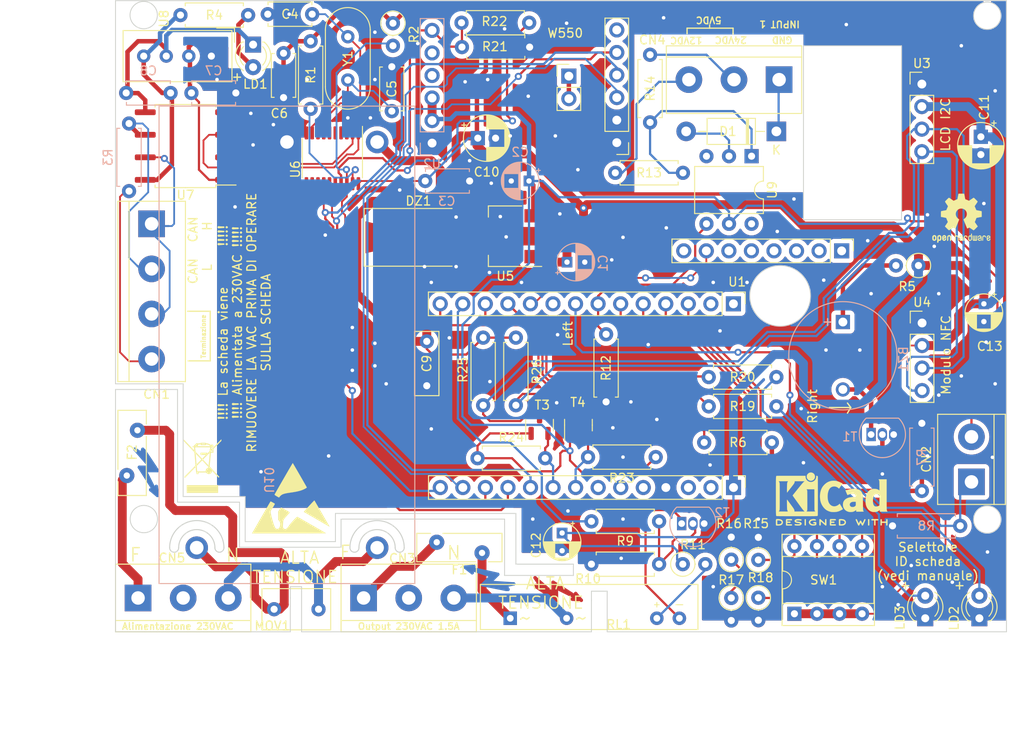
<source format=kicad_pcb>
(kicad_pcb (version 20221018) (generator pcbnew)
  (layers (0 "F.Cu" signal) (31 "B.Cu" signal) (34 "B.Paste" user) (35 "F.Paste" user) (36 "B.SilkS" user "B.Silkscreen") (37 "F.SilkS" user "F.Silkscreen") (38 "B.Mask" user) (39 "F.Mask" user) (44 "Edge.Cuts" user))
  (net 0 "")
  (net 1 "Net-(BZ1--)")
  (net 2 "Net-(BZ1-+)")
  (net 3 "A6")
  (net 4 "GND")
  (net 5 "+3.3V")
  (net 6 "Net-(U6-OSC2)")
  (net 7 "Net-(U6-OSC1)")
  (net 8 "+5C")
  (net 9 "GNDD")
  (net 10 "Net-(CN1-Pin_1)")
  (net 11 "Net-(CN1-Pin_2)")
  (net 12 "Net-(CN1-Pin_4)")
  (net 13 "+5V")
  (net 14 "Net-(CN3-Pin_1)")
  (net 16 "Net-(CN3-Pin_3)")
  (net 17 "Net-(CN4-Pin_1)")
  (net 18 "Net-(CN4-Pin_2)")
  (net 19 "Net-(CN4-Pin_3)")
  (net 20 "Net-(CN5-Pin_1)")
  (net 22 "Net-(CN5-Pin_3)")
  (net 23 "Net-(D1-A)")
  (net 24 "Net-(F1-Pad1)")
  (net 25 "Net-(U10-AC(L))")
  (net 26 "CS_CAN")
  (net 27 "BUZZER")
  (net 28 "Net-(LD1-A)")
  (net 29 "D4")
  (net 30 "Net-(LD2-A)")
  (net 31 "Net-(R11-Pad2)")
  (net 32 "A5")
  (net 33 "Net-(R13-Pad2)")
  (net 34 "A4")
  (net 35 "A3")
  (net 36 "A2")
  (net 37 "A1")
  (net 38 "D3")
  (net 39 "D2")
  (net 40 "Net-(LD3-A)")
  (net 41 "AREF")
  (net 42 "DAC0{slash}A0")
  (net 43 "D0")
  (net 44 "D1")
  (net 45 "VIN")
  (net 46 "VCC")
  (net 47 "RESET")
  (net 48 "D14")
  (net 49 "D13")
  (net 50 "D12")
  (net 51 "D11")
  (net 52 "D10")
  (net 53 "D9")
  (net 54 "D8")
  (net 55 "CS_ETH")
  (net 56 "Net-(U6-~{RESET})")
  (net 57 "Net-(T1-B)")
  (net 58 "Net-(T2-B)")
  (net 59 "Net-(U6-SO)")
  (net 60 "Net-(T2-C)")
  (net 64 "Net-(U3_1-Pin_1)")
  (net 72 "Net-(U6-TXCAN)")
  (net 73 "Net-(U6-RXCAN)")
  (net 83 "unconnected-(U6-NC-Pad15)")
  (net 84 "SDA")
  (net 85 "SCL")
  (footprint "Connector_PinHeader_2.54mm:PinHeader_1x02_P2.54mm_Vertical" (layer "F.Cu") (at 159.004 72.004)
    (fp_text reference "U3_1" hide)
    (fp_text value "Retro illuminazione LCD")
  )
  (footprint "Capacitor_THT:CP_Radial_D5.0mm_P2.00mm" (layer "F.Cu") (at 205.4 78.844888 -90)
    (fp_text reference "C11")
    (fp_text value "100uF")
  )
  (footprint "LED_THT:LED_D3.0mm" (layer "F.Cu") (at 199.136 133.096 90)
    (fp_text reference "LD3")
    (fp_text value "Rosso")
  )
  (footprint "Capacitor_THT:C_Disc_D7.5mm_W4.4mm_P5.00mm" (layer "F.Cu") (at 125.81 132.08)
    (fp_text reference "MOV1")
    (fp_text value "S14K300")
  )
  (footprint "Symbol:OSHW-Logo2_7.3x6mm_SilkScreen" (layer "F.Cu") (at 203.2 88.011)
    (fp_text reference "REF**" hide)
    (fp_text value "OSHW-Logo2_7.3x6mm_SilkScreen" hide)
  )
  (footprint "Resistor_THT:R_Axial_DIN0207_L6.3mm_D2.5mm_P2.54mm_Vertical" (layer "F.Cu") (at 177.292 130.81 -90)
    (fp_text reference "R17")
    (fp_text value "100k")
  )
  (footprint "Resistor_THT:R_Axial_DIN0207_L6.3mm_D2.5mm_P7.62mm_Horizontal" (layer "F.Cu") (at 146.9644 68.7324)
    (fp_text reference "R21")
    (fp_text value "1K")
  )
  (footprint "Connector_PinHeader_2.54mm:PinHeader_1x04_P2.54mm_Vertical" (layer "F.Cu") (at 198.755 72.898)
    (fp_text reference "U3")
    (fp_text value "I2C LCD")
  )
  (footprint "Connector_PinHeader_2.54mm:PinHeader_1x14_P2.54mm_Vertical" (layer "F.Cu") (at 177.536 97.663 -90)
    (fp_text reference "U1")
    (fp_text value "Left")
  )
  (footprint "Package_TO_SOT_SMD:SOT-23" (layer "F.Cu") (at 160.081 111.3305 90)
    (fp_text reference "T4")
    (fp_text value "BSS123")
  )
  (footprint "Symbol:ESD-Logo_8.9x8mm_SilkScreen" (layer "F.Cu") (at 127.7 119.55)
    (fp_text reference "REF**" hide)
    (fp_text value "ESD-Logo_8.9x8mm_SilkScreen" hide)
  )
  (footprint "Resistor_THT:R_Axial_DIN0207_L6.3mm_D2.5mm_P7.62mm_Horizontal" (layer "F.Cu") (at 149.352 101.473 -90)
    (fp_text reference "R25")
    (fp_text value "10K")
  )
  (footprint "Resistor_THT:R_Axial_DIN0207_L6.3mm_D2.5mm_P7.62mm_Horizontal" (layer "F.Cu") (at 161.544 122.174)
    (fp_text reference "R9")
    (fp_text value "470")
  )
  (footprint "Package_DIP:DIP-6_W7.62mm" (layer "F.Cu") (at 179.578 81.026 -90)
    (fp_text reference "U9")
    (fp_text value "4N25")
  )
  (footprint "Capacitor_THT:C_Disc_D4.7mm_W2.5mm_P5.00mm" (layer "F.Cu") (at 139.065 75.946 90)
    (fp_text reference "C5")
    (fp_text value "22pF")
  )
  (footprint "Resistor_THT:R_Axial_DIN0207_L6.3mm_D2.5mm_P7.62mm_Horizontal" (layer "F.Cu") (at 174.752 109.22)
    (fp_text reference "R19")
    (fp_text value "470")
  )
  (footprint "Resistor_THT:R_Axial_DIN0207_L6.3mm_D2.5mm_P7.62mm_Horizontal" (layer "F.Cu") (at 115.2652 65.1256)
    (fp_text reference "R4")
    (fp_text value "470")
  )
  (footprint "Resistor_THT:R_Axial_DIN0207_L6.3mm_D2.5mm_P7.62mm_Horizontal" (layer "F.Cu") (at 161.544 127)
    (fp_text reference "R10")
    (fp_text value "100K")
  )
  (footprint "LED_THT:LED_D3.0mm" (layer "F.Cu") (at 205.232 133.096 90)
    (fp_text reference "LD2")
    (fp_text value "Verde")
  )
  (footprint "Resistor_THT:R_Axial_DIN0207_L6.3mm_D2.5mm_P7.62mm_Horizontal" (layer "F.Cu") (at 174.244 113.284)
    (fp_text reference "R6")
    (fp_text value "470")
  )
  (footprint "Resistor_THT:R_Axial_DIN0207_L6.3mm_D2.5mm_P7.62mm_Horizontal" (layer "F.Cu") (at 163.195 108.712 90)
    (fp_text reference "R12")
    (fp_text value "100K")
  )
  (footprint "Fuse:Fuse_Bourns_MF-RHT200" (layer "F.Cu") (at 109.22 117.0124 90)
    (fp_text reference "F2")
    (fp_text value "2A")
  )
  (footprint "Resistor_THT:R_Axial_DIN0207_L6.3mm_D2.5mm_P7.62mm_Horizontal" (layer "F.Cu") (at 148.717 115.062)
    (fp_text reference "R24")
    (fp_text value "10K")
  )
  (footprint "Resistor_THT:R_Axial_DIN0207_L6.3mm_D2.5mm_P2.54mm_Vertical" (layer "F.Cu") (at 198.374 93.345 180)
    (fp_text reference "R5")
    (fp_text value "120")
  )
  (footprint "Resistor_THT:R_Axial_DIN0207_L6.3mm_D2.5mm_P2.54mm_Vertical" (layer "F.Cu") (at 177.292 126.492 90)
    (fp_text reference "R16")
    (fp_text value "100k")
  )
  (footprint "Package_TO_SOT_SMD:SOT-23" (layer "F.Cu") (at 155.702 111.3305 90)
    (fp_text reference "T3")
    (fp_text value "BSS123")
  )
  (footprint "Symbol:KiCad-Logo2_5mm_SilkScreen" (layer "F.Cu") (at 188.6 119.65)
    (fp_text reference "REF**" hide)
    (fp_text value "KiCad-Logo2_5mm_SilkScreen" hide)
  )
  (footprint "TerminalBlock:TerminalBlock_bornier-3_P5.08mm" (layer "F.Cu") (at 135.89 130.81)
    (fp_text reference "CN3")
    (fp_text value "Rele' AC")
  )
  (footprint "Package_SO:SOP-8_6.62x9.15mm_P2.54mm" (layer "F.Cu") (at 115.824 79.883 180)
    (fp_text reference "U7")
    (fp_text value "ISO1050DUB")
  )
  (footprint "Resistor_THT:R_Axial_DIN0207_L6.3mm_D2.5mm_P2.54mm_Vertical" (layer "F.Cu") (at 139.192 66.04 -90)
    (fp_text reference "R2")
    (fp_text value "100k")
  )
  (footprint "Diode_SMD:D_SMB-SMC_Universal_Handsoldering" (layer "F.Cu") (at 141.453 90.17)
    (fp_text reference "DZ1")
    (fp_text value "SMBJ7.0A")
  )
  (footprint "LED_THT:LED_D3.0mm" (layer "F.Cu") (at 123.444 68.453 -90)
    (fp_text reference "LD1")
    (fp_text value "Verde")
  )
  (footprint "Fuse:Fuse_Bourns_MF-RHT200" (layer "F.Cu") (at 149.225 125.73 180)
    (fp_text reference "F1")
    (fp_text value "2A")
  )
  (footprint "Resistor_THT:R_Axial_DIN0207_L6.3mm_D2.5mm_P2.54mm_Vertical" (layer "F.Cu") (at 171.831 127)
    (fp_text reference "R11")
    (fp_text value "330")
  )
  (footprint "TerminalBlock:TerminalBlock_bornier-3_P5.08mm" (layer "F.Cu") (at 110.49 130.81)
    (fp_text reference "CN5")
    (fp_text value "Supply AC")
  )
  (footprint "Resistor_THT:R_Axial_DIN0207_L6.3mm_D2.5mm_P2.54mm_Vertical" (layer "F.Cu") (at 180.34 126.521 90)
    (fp_text reference "R15")
    (fp_text value "100k")
  )
  (footprint "Capacitor_THT:CP_Radial_D4.0mm_P2.00mm" (layer "F.Cu") (at 205.74 97.663 -90)
    (fp_text reference "C13")
    (fp_text value "10uF")
  )
  (footprint "Resistor_THT:R_Axial_DIN0207_L6.3mm_D2.5mm_P7.62mm_Horizontal" (layer "F.Cu") (at 174.752 105.918)
    (fp_text reference "R20")
    (fp_text value "470")
  )
  (footprint "Connector_PinHeader_2.54mm:PinHeader_1x14_P2.54mm_Vertical" (layer "F.Cu") (at 177.546 118.364 -90)
    (fp_text reference "U1_1" hide)
    (fp_text value "Right")
  )
  (footprint "Diode_THT:D_DO-41_SOD81_P10.16mm_Horizontal" (layer "F.Cu") (at 182.372 78.232 180)
    (fp_text reference "D1")
    (fp_text value "1N4007")
  )
  (footprint "Resistor_THT:R_Axial_DIN0207_L6.3mm_D2.5mm_P7.62mm_Horizontal" (layer "F.Cu") (at 153.035 101.473 -90)
    (fp_text reference "R26")
    (fp_text value "10K")
  )
  (footprint "TerminalBlock:TerminalBlock_bornier-4_P5.08mm" (layer "F.Cu") (at 112.014 88.646 -90)
    (fp_text reference "CN1")
    (fp_text value "CAN_OUT")
  )
  (footprint "Resistor_THT:R_Axial_DIN0207_L6.3mm_D2.5mm_P7.62mm_Horizontal" (layer "F.Cu") (at 168.148 69.596 -90)
    (fp_text reference "R14")
    (fp_text value "2.7K")
  )
  (footprint "Connector_PinHeader_2.54mm:PinHeader_1x08_P2.54mm_Vertical" (layer "F.Cu") (at 189.723 91.694 -90)
    (fp_text reference "U4_1" hide)
    (fp_text value "Modulo NFC")
  )
  (footprint "Sensor:Aosong_DHT11_5.5x12.0_P2.54mm" (layer "F.Cu") (at 118.745 69.7475 -90)
    (fp_text reference "U8")
    (fp_text value "ROE 5V-5V")
  )
  (footprint "Resistor_THT:R_Axial_DIN0207_L6.3mm_D2.5mm_P7.62mm_Horizontal" (layer "F.Cu") (at 146.9136 65.9892)
    (fp_text reference "R22")
    (fp_text value "470")
  )
  (footprint "Package_SO:TSSOP-20_4.4x6.5mm_P0.65mm" (layer "F.Cu") (at 132.375 81.2625 -90)
    (fp_text reference "U6")
    (fp_text value "MCP2515-xST")
  )
  (footprint "TerminalBlock:TerminalBlock_bornier-3_P5.08mm" (layer "F.Cu") (at 182.68 72.4 180)
    (fp_text reference "CN4")
    (fp_text value "INPUT")
  )
  (footprint "Package_TO_SOT_SMD:SOT-223-3_TabPin2" (layer "F.Cu") (at 151.8486 90.043 180)
    (fp_text reference "U5")
    (fp_text value "TC1262-25")
  )
  (footprint "Package_DIP:DIP-8_W7.62mm_Socket" (layer "F.Cu") (at 184.404 132.588 90)
    (fp_text reference "SW1")
    (fp_text value "DIP x04")
  )
  (footprint "Resistor_THT:R_Axial_DIN0207_L6.3mm_D2.5mm_P7.62mm_Horizontal" (layer "F.Cu") (at 168.783 114.935 180)
    (fp_text reference "R23")
    (fp_text value "10K")
  )
  (footprint "Symbol:WEEE-Logo_4.2x6mm_SilkScreen" (layer "F.Cu") (at 117.75 115.95)
    (fp_text reference "REF**" hide)
    (fp_text value "WEEE-Logo_4.2x6mm_SilkScreen" hide)
  )
  (footprint "TerminalBlock:TerminalBlock_bornier-2_P5.08mm" (layer "F.Cu") (at 204.343 117.729 90)
    (fp_text reference "CN2")
    (fp_text value "Tamper")
  )
  (footprint "Capacitor_THT:C_Disc_D4.7mm_W2.5mm_P5.00mm" (layer "F.Cu") (at 126.873 74.422 90)
    (fp_text reference "C6")
    (fp_text value "100nF")
  )
  (footprint "Symbol:Symbol_Highvoltage_Type1_CopperTop_Small" (layer "F.Cu") (at 158.3715 130.689 90)
    (fp_text reference "" hide)
    (fp_text value "Symbol_Highvoltage_Type1_CopperTop_Small")
  )
  (footprint "Resistor_THT:R_Axial_DIN0207_L6.3mm_D2.5mm_P7.62mm_Horizontal" (layer "F.Cu") (at 129.921 68.072 -90)
    (fp_text reference "R1")
    (fp_text value "100k")
  )
  (footprint "Capacitor_THT:CP_Radial_D4.0mm_P2.00mm" (layer "F.Cu") (at 158.242 123.487401 -90)
    (fp_text reference "C12")
    (fp_text value "10uF")
  )
  (footprint "Connector_PinHeader_2.54mm:PinHeader_1x06_P2.54mm_Vertical" (layer "F.Cu") (at 164.4 79.5 180)
    (fp_text reference "U2_1" hide)
    (fp_text value "W550")
  )
  (footprint "Crystal:Crystal_HC49-4H_Vertical" (layer "F.Cu") (at 134.112 72.444 90)
    (fp_text reference "Y1")
    (fp_text value "8MHz")
  )
  (footprint "Capacitor_THT:C_Disc_D4.7mm_W2.5mm_P5.00mm" (layer "F.Cu") (at 125.095 65.024)
    (fp_text reference "C4")
    (fp_text value "22pF")
  )
  (footprint "Custom:G3MB" (layer "F.Cu") (at 161.29 133.096)
    (fp_text reference "RL1")
    (fp_text value "G3MB-20P")
  )
  (footprint "Resistor_THT:R_Axial_DIN0207_L6.3mm_D2.5mm_P7.62mm_Horizontal" (layer "F.Cu") (at 164.23 82.9)
    (fp_text reference "R13")
    (fp_text value "1.2K")
  )
  (footprint "Capacitor_THT:C_Disc_D7.0mm_W2.5mm_P5.00mm" (layer "F.Cu") (at 143.002 106.894 90)
    (fp_text reference "C9")
    (fp_text value "1uF 50V")
  )
  (footprint "Resistor_THT:R_Axial_DIN0207_L6.3mm_D2.5mm_P2.54mm_Vertical" (layer "F.Cu") (at 180.34 130.781 -90)
    (fp_text reference "R18")
    (fp_text value "100k")
  )
  (footprint "Capacitor_THT:CP_Radial_D5.0mm_P2.00mm" (layer "F.Cu") (at 148.75 78.994)
    (fp_text reference "C10")
    (fp_text value "100uF")
  )
  (footprint "Connector_PinHeader_2.54mm:PinHeader_1x04_P2.54mm_Vertical" (layer "F.Cu") (at 198.7804 99.822)
    (fp_text reference "U4")
    (fp_text value "Modulo NFC")
  )
  (footprint "Package_TO_SOT_THT:TO-92_Inline" (layer "B.Cu") (at 193.04 112.395)
    (fp_text reference "T1")
    (fp_text value "BC546")
  )
  (footprint "Resistor_THT:R_Axial_DIN0207_L6.3mm_D2.5mm_P7.62mm_Horizontal" (layer "B.Cu") (at 198.755 111.125 -90)
    (fp_text reference "R7")
    (fp_text value "100K")
  )
  (footprint "Symbol:Symbol_Highvoltage_Type1_CopperTop_Small" (layer "B.Cu") (at 112.289 117.2215 180)
    (fp_text reference "")
    (fp_text value "Symbol_Highvoltage_Type1_CopperTop_Small")
  )
  (footprint "Custom:LDE10-20Bxx" (layer "B.Cu") (at 117.094 125.1458 90)
    (fp_text reference "U10")
    (fp_text value "AC-DC")
    (fp_arc (start 0 -3.047999) (mid 3.055906 0.007907) (end 0 3.063813) (stroke (width 0.12)) (layer "Edge.Cuts"))
    (fp_arc (start 0 -2.032) (mid -0.508 -2.54) (end 0 -3.047999) (stroke (width 0.12)) (layer "Edge.Cuts"))
    (fp_arc (start 0 -2.032) (mid 2.039906 0.007907) (end 0 2.047813) (stroke (width 0.12)) (layer "Edge.Cuts"))
    (fp_arc (start 0 3.063813) (mid -0.508 2.555813) (end 0 2.047813) (stroke (width 0.12)) (layer "Edge.Cuts"))
    (fp_arc (start 0 17.256188) (mid 3.055906 20.312094) (end 0 23.368) (stroke (width 0.12)) (layer "Edge.Cuts"))
    (fp_arc (start 0 18.272187) (mid -0.50799 17.764188) (end 0 17.256188) (stroke (width 0.12)) (layer "Edge.Cuts"))
    (fp_arc (start 0 18.272187) (mid 2.039906 20.312094) (end 0 22.352) (stroke (width 0.12)) (layer "Edge.Cuts"))
    (fp_arc (start 0 23.368) (mid -0.508 22.86) (end 0 22.352) (stroke (width 0.12)) (layer "Edge.Cuts"))
  )
  (footprint "Capacitor_THT:CP_Radial_D4.0mm_P2.00mm" (layer "B.Cu") (at 154.5156 83.82 180)
    (fp_text reference "C2")
    (fp_text value "1uF")
  )
  (footprint "Connector_PinHeader_2.54mm:PinHeader_1x06_P2.54mm_Vertical" (layer "B.Cu") (at 143.6 79.55)
    (fp_text reference "U2")
    (fp_text value "W5500" hide)
  )
  (footprint "Capacitor_THT:C_Disc_D4.7mm_W2.5mm_P5.00mm" (layer "B.Cu") (at 121.5 73.9 180)
    (fp_text reference "C7")
    (fp_text value "100nF")
  )
  (footprint "Capacitor_THT:C_Disc_D4.7mm_W2.5mm_P5.00mm" (layer "B.Cu") (at 114.15 73.9 180)
    (fp_text reference "C8")
    (fp_text value "100nF")
  )
  (footprint "Capacitor_THT:CP_Radial_D4.0mm_P2.00mm" (layer "B.Cu") (at 158.793401 92.964)
    (fp_text reference "C1")
    (fp_text value "1uF")
  )
  (footprint "Buzzer_Beeper:MagneticBuzzer_ProSignal_ABI-010-RC" (layer "B.Cu") (at 189.865 99.715 -90)
    (fp_text reference "BZ1")
    (fp_text value "Buzzer")
  )
  (footprint "Resistor_THT:R_Axial_DIN0207_L6.3mm_D2.5mm_P7.62mm_Horizontal" (layer "B.Cu") (at 109.474 77.343 -90)
    (fp_text reference "R3")
    (fp_text value "120")
  )
  (footprint "Capacitor_THT:C_Disc_D4.7mm_W2.5mm_P5.00mm" (layer "B.Cu") (at 147.828 83.82 180)
    (fp_text reference "C3")
    (fp_text value "100nF")
  )
  (footprint "Package_TO_SOT_THT:TO-92_Inline" (layer "B.Cu") (at 171.704 122.428)
    (fp_text reference "T2")
    (fp_text value "BC546")
  )
  (footprint "Resistor_THT:R_Axial_DIN0207_L6.3mm_D2.5mm_P7.62mm_Horizontal" (layer "B.Cu") (at 203.073 122.682 180)
    (fp_text reference "R8")
    (fp_text value "100K")
  )
  (footprint "Symbol:Symbol_Highvoltage_Type1_CopperTop_Small" (layer "B.Cu") (at 149.017271 128.505099 45)
    (fp_text reference "" hide)
    (fp_text value "Symbol_Highvoltage_Type1_CopperTop_Small")
  )
  (gr_line (start 190.754 109.347) (end 190.373 108.839) (stroke (width 0.15)) (layer "F.SilkS"))
  (gr_line (start 188.341 109.347) (end 190.754 109.347) (stroke (width 0.15)) (layer "F.SilkS"))
  (gr_line (start 174.8536 66.5988) (end 174.8536 66.2432) (stroke (width 0.15)) (layer "F.SilkS"))
  (gr_line (start 118.618 104.0892) (end 116.1288 104.0892) (stroke (width 0.15)) (layer "F.SilkS"))
  (gr_line (start 116.078 98.5012) (end 118.618 98.5012) (stroke (width 0.15)) (layer "F.SilkS"))
  (gr_line (start 177.4952 66.5988) (end 177.4952 67.2592) (stroke (width 0.15)) (layer "F.SilkS"))
  (gr_line (start 190.754 109.347) (end 190.373 109.982) (stroke (width 0.15)) (layer "F.SilkS"))
  (gr_line (start 118.618 98.5012) (end 118.618 104.0892) (stroke (width 0.15)) (layer "F.SilkS"))
  (gr_line (start 172.3136 66.5988) (end 177.4952 66.5988) (stroke (width 0.15)) (layer "F.SilkS"))
  (gr_line (start 172.3136 67.2084) (end 172.3136 66.5988) (stroke (width 0.15)) (layer "F.SilkS"))
  (gr_line (start 154.686 128.27) (end 159.512 128.27) (stroke (width 0.1)) (layer "Edge.Cuts"))
  (gr_circle (center 182.8 96.76549) (end 186.2 96.45) (stroke (width 0.1)) (fill none) (layer "Edge.Cuts"))
  (gr_line (start 153.035 127) (end 153.035 121.285) (stroke (width 0.1)) (layer "Edge.Cuts"))
  (gr_line (start 163.322 134.62) (end 208.28 134.62) (stroke (width 0.1)) (layer "Edge.Cuts"))
  (gr_line (start 132.715 121.285) (end 132.715 124.46) (stroke (width 0.1)) (layer "Edge.Cuts"))
  (gr_line (start 161.544 131.064) (end 161.544 134.62) (stroke (width 0.1)) (layer "Edge.Cuts"))
  (gr_line (start 127.635 134.62) (end 127.635 130.81) (stroke (width 0.1)) (layer "Edge.Cuts"))
  (gr_line (start 127.635 129.54) (end 128.905 129.54) (stroke (width 0.1)) (layer "Edge.Cuts"))
  (gr_line (start 133.35 125.095) (end 133.35 121.92) (stroke (width 0.1)) (layer "Edge.Cuts"))
  (gr_line (start 196.469 68.58) (end 196.469 88.2015) (stroke (width 0.1)) (layer "Edge.Cuts"))
  (gr_line (start 196.469 88.2015) (end 185.42 88.2015) (stroke (width 0.1)) (layer "Edge.Cuts"))
  (gr_line (start 107.95 106.68) (end 107.95 63.5) (stroke (width 0.1)) (layer "Edge.Cuts"))
  (gr_line (start 107.95 107.315) (end 107.95 134.62) (stroke (width 0.1)) (layer "Edge.Cuts"))
  (gr_line (start 159.385 127) (end 153.035 127) (stroke (width 0.1)) (layer "Edge.Cuts"))
  (gr_line (start 115.57 119.38) (end 115.57 106.68) (stroke (width 0.1)) (layer "Edge.Cuts"))
  (gr_circle (center 111.125 65.1256) (end 112.665 65.1256) (stroke (width 0.1)) (fill none) (layer "Edge.Cuts"))
  (gr_line (start 133.35 121.92) (end 151.765 121.92) (stroke (width 0.1)) (layer "Edge.Cuts"))
  (gr_line (start 127.635 134.62) (end 107.95 134.62) (stroke (width 0.1)) (layer "Edge.Cuts"))
  (gr_line (start 163.322 134.62) (end 163.322 130.175) (stroke (width 0.1)) (layer "Edge.Cuts"))
  (gr_line (start 159.385 127) (end 159.512 127) (stroke (width 0.1)) (layer "Edge.Cuts"))
  (gr_line (start 127.635 130.81) (end 127.635 129.54) (stroke (width 0.1)) (layer "Edge.Cuts"))
  (gr_line (start 114.935 120.015) (end 121.92 120.015) (stroke (width 0.1)) (layer "Edge.Cuts"))
  (gr_line (start 121.92 120.015) (end 121.92 125.095) (stroke (width 0.1)) (layer "Edge.Cuts"))
  (gr_line (start 151.765 128.27) (end 154.686 128.27) (stroke (width 0.1)) (layer "Edge.Cuts"))
  (gr_line (start 208.28 63.5) (end 208.28 134.62) (stroke (width 0.1)) (layer "Edge.Cuts"))
  (gr_circle (center 206.121 121.9708) (end 207.661 121.9708) (stroke (width 0.1)) (fill none) (layer "Edge.Cuts"))
  (gr_line (start 159.512 127) (end 159.512 128.27) (stroke (width 0.1)) (layer "Edge.Cuts"))
  (gr_line (start 153.035 121.285) (end 132.715 121.285) (stroke (width 0.1)) (layer "Edge.Cuts"))
  (gr_line (start 163.322 130.048) (end 163.322 130.175) (stroke (width 0.1)) (layer "Edge.Cuts"))
  (gr_circle (center 111.141 121.92) (end 112.681 121.92) (stroke (width 0.1)) (fill none) (layer "Edge.Cuts"))
  (gr_line (start 132.715 124.46) (end 122.555 124.46) (stroke (width 0.1)) (layer "Edge.Cuts"))
  (gr_circle (center 206.121 65.2) (end 207.661 65.2) (stroke (width 0.1)) (fill none) (layer "Edge.Cuts"))
  (gr_line (start 161.544 130.048) (end 163.322 130.048) (stroke (width 0.1)) (layer "Edge.Cuts"))
  (gr_line (start 114.935 107.315) (end 114.935 120.015) (stroke (width 0.1)) (layer "Edge.Cuts"))
  (gr_line (start 185.42 68.58) (end 196.469 68.58) (stroke (width 0.1)) (layer "Edge.Cuts"))
  (gr_line (start 115.57 106.68) (end 107.95 106.68) (stroke (width 0.1)) (layer "Edge.Cuts"))
  (gr_line (start 161.544 134.62) (end 128.905 134.62) (stroke (width 0.1)) (layer "Edge.Cuts"))
  (gr_line (start 107.95 107.315) (end 114.935 107.315) (stroke (width 0.1)) (layer "Edge.Cuts"))
  (gr_line (start 107.95 63.5) (end 208.28 63.5) (stroke (width 0.1)) (layer "Edge.Cuts"))
  (gr_line (start 122.555 124.46) (end 122.555 119.38) (stroke (width 0.1)) (layer "Edge.Cuts"))
  (gr_line (start 128.905 129.54) (end 128.905 134.62) (stroke (width 0.1)) (layer "Edge.Cuts"))
  (gr_line (start 121.92 125.095) (end 133.35 125.095) (stroke (width 0.1)) (layer "Edge.Cuts"))
  (gr_line (start 122.555 119.38) (end 115.57 119.38) (stroke (width 0.1)) (layer "Edge.Cuts"))
  (gr_line (start 185.42 88.2015) (end 185.42 68.58) (stroke (width 0.1)) (layer "Edge.Cuts"))
  (gr_line (start 161.544 131.064) (end 161.544 130.048) (stroke (width 0.1)) (layer "Edge.Cuts"))
  (gr_line (start 151.765 121.92) (end 151.765 128.27) (stroke (width 0.1)) (layer "Edge.Cuts"))
  (gr_text "Alessio Savelli\nControllo Accessi HW 0.1b" (at 128.27 100.3808 90) (layer "F.Cu") (effects (font (size 1.5 1.5) (thickness 0.3))))
  (gr_text "+" (at 121.65 72.05) (layer "F.SilkS") (effects (font (size 1 1))))
  (gr_text "CAN\n L" (at 117.475 93.98 90) (layer "F.SilkS") (effects (font (size 1 1))))
  (gr_text "LCD I2C" (at 201.422 77.47 90) (layer "F.SilkS") (effects (font (size 1 1))))
  (gr_text "Output 230VAC 1.5A" (at 140.97 134.0104) (layer "F.SilkS") (effects (font (size 0.75 0.75))))
  (gr_text "F" (at 133.83 125.68) (layer "F.SilkS") (effects (font (size 1.5 1.5))))
  (gr_text "24VDC" (at 177.2412 67.9196 180) (layer "F.SilkS") (effects (font (size 0.75 0.75))))
  (gr_text "!!!! La scheda viene      !!!!!\n!!!! Alimentata a 230VAC !!!!!\nRIMUOVERE LA VAC PRIMA DI OPERARE\nSULLA SCHEDA" (at 122.4788 99.7712 90) (layer "F.SilkS") (effects (font (size 1 1))))
  (gr_text "INPUT 1" (at 182.7276 66.1416 180) (layer "F.SilkS") (effects (font (size 0.75 0.75))))
  (gr_text "Terminazione" (at 117.856 101.346 90) (layer "F.SilkS") (effects (font (size 0.5 0.5) (thickness 0.125))))
  (gr_text "12VDC" (at 172.212 67.9704 180) (layer "F.SilkS") (effects (font (size 0.75 0.75))))
  (gr_text "GND" (at 183.0324 67.9196 180) (layer "F.SilkS") (effects (font (size 0.75 0.75))))
  (gr_text "N" (at 146.05 125.73) (layer "F.SilkS") (effects (font (size 1.5 1.5))))
  (gr_text " ALTA\nTENSIONE" (at 128.1684 127.3556) (layer "F.SilkS") (effects (font (size 1.35 1.35))))
  (gr_text "5VDC" (at 174.752 65.6844 180) (layer "F.SilkS") (effects (font (size 0.75 0.75))))
  (gr_text "Modulo NFC" (at 201.4728 103.4288 90) (layer "F.SilkS") (effects (font (size 1 1))))
  (gr_text "F" (at 110.2 125.95) (layer "F.SilkS") (effects (font (size 1.5 1.5))))
  (gr_text "CAN\n H" (at 117.475 89.281 90) (layer "F.SilkS") (effects (font (size 1 1))))
  (gr_text " ALTA\nTENSIONE" (at 155.8544 130.2512) (layer "F.SilkS") (effects (font (size 1.35 1.35))))
  (gr_text "N" (at 121.15 126) (layer "F.SilkS") (effects (font (size 1.5 1.5))))
  (gr_text "+" (at 196.9 129.35) (layer "F.SilkS") (effects (font (size 1 1))))
  (gr_text "Selettore\nID scheda\n(vedi manuale)" (at 199.4408 126.6952) (layer "F.SilkS") (effects (font (size 1 1))))
  (gr_text "Alimentazione 230VAC" (at 114.9604 134.0104) (layer "F.SilkS") (effects (font (size 0.75 0.75))))
  (gr_text "+" (at 203 129.35) (layer "F.SilkS") (effects (font (size 1 1))))
  (segment (start 189.865 95.631) (end 189.865 99.715) (width 0.5) (layer "F.Cu") (net 1))
  (segment (start 195.834 93.345) (end 192.151 93.345) (width 0.5) (layer "F.Cu") (net 1))
  (segment (start 192.151 93.345) (end 189.865 95.631) (width 0.5) (layer "F.Cu") (net 1))
  (segment (start 193.04 112.395) (end 193.04 108.712) (width 0.5) (layer "F.Cu") (net 2))
  (segment (start 193.04 108.712) (end 191.643 107.315) (width 0.5) (layer "F.Cu") (net 2))
  (segment (start 191.643 107.315) (end 189.865 107.315) (width 0.5) (layer "F.Cu") (net 2))
  (segment (start 178.054 103.124) (end 182.626 103.124) (width 0.25) (layer "F.Cu") (net 3))
  (segment (start 203.073 118.872) (end 204.343 117.602) (width 0.25) (layer "F.Cu") (net 3))
  (segment (start 183.896 104.394) (end 183.896 107.95) (width 0.25) (layer "F.Cu") (net 3))
  (segment (start 182.626 103.124) (end 183.896 104.394) (width 0.25) (layer "F.Cu") (net 3))
  (via (at 178.054 103.124) (size 0.8) (drill 0.4) (layers "F.Cu" "B.Cu") (net 3))
  (via (at 183.896 107.95) (size 0.8) (drill 0.4) (layers "F.Cu" "B.Cu") (net 3))
  (segment (start 203.073 118.999) (end 204.343 117.729) (width 0.25) (layer "B.Cu") (net 3))
  (segment (start 160.528 103.124) (end 159.756 102.352) (width 0.25) (layer "B.Cu") (net 3))
  (segment (start 183.896 107.95) (end 183.896 110.107604) (width 0.25) (layer "B.Cu") (net 3))
  (segment (start 198.882 120.65) (end 200.914 122.682) (width 0.25) (layer "B.Cu") (net 3))
  (segment (start 200.914 122.682) (end 203.073 122.682) (width 0.25) (layer "B.Cu") (net 3))
  (segment (start 159.756 102.352) (end 159.756 98.044) (width 0.25) (layer "B.Cu") (net 3))
  (segment (start 203.073 122.682) (end 203.073 118.999) (width 0.25) (layer "B.Cu") (net 3))
  (segment (start 194.438396 120.65) (end 198.882 120.65) (width 0.25) (layer "B.Cu") (net 3))
  (segment (start 178.054 103.124) (end 160.528 103.124) (width 0.25) (layer "B.Cu") (net 3))
  (segment (start 183.896 110.107604) (end 194.438396 120.65) (width 0.25) (layer "B.Cu") (net 3))
  (via (at 194.31 129.54) (size 0.8) (drill 0.4) (layers "F.Cu" "B.Cu") (net 4))
  (via (at 127.508 65.024) (size 0.8) (drill 0.4) (layers "F.Cu" "B.Cu") (net 4))
  (via (at 175.26 95.25) (size 0.8) (drill 0.4) (layers "F.Cu" "B.Cu") (net 4))
  (via (at 154.94 121.92) (size 0.8) (drill 0.4) (layers "F.Cu" "B.Cu") (net 4))
  (via (at 184.3532 85.852) (size 0.8) (drill 0.4) (layers "F.Cu" "B.Cu") (net 4))
  (via (at 146.304 93.472) (size 0.8) (drill 0.4) (layers "F.Cu" "B.Cu") (net 4))
  (via (at 165.989 108.712) (size 0.8) (drill 0.4) (layers "F.Cu" "B.Cu") (net 4))
  (via (at 146.304 87.884) (size 0.8) (drill 0.4) (layers "F.Cu" "B.Cu") (net 4))
  (via (at 205.74 86.36) (size 0.8) (drill 0.4) (layers "F.Cu" "B.Cu") (net 4))
  (via (at 207.01 73.66) (size 0.8) (drill 0.4) (layers "F.Cu" "B.Cu") (net 4))
  (via (at 158.9024 121.0056) (size 0.8) (drill 0.4) (layers "F.Cu" "B.Cu") (net 4))
  (via (at 152.4 78.74) (size 0.8) (drill 0.4) (layers "F.Cu" "B.Cu") (net 4))
  (via (at 134.62 102.87) (size 0.8) (drill 0.4) (layers "F.Cu" "B.Cu") (net 4))
  (via (at 174.9044 115.824) (size 0.8) (drill 0.4) (layers "F.Cu" "B.Cu") (net 4))
  (via (at 191.77 102.87) (size 0.8) (drill 0.4) (layers "F.Cu" "B.Cu") (net 4))
  (via (at 151.2824 87.8332) (size 0.8) (drill 0.4) (layers "F.Cu" "B.Cu") (net 4))
  (via (at 165.1 121.92) (size 0.8) (drill 0.4) (layers "F.Cu" "B.Cu") (net 4))
  (via (at 119.38 72.39) (size 0.8) (drill 0.4) (layers "F.Cu" "B.Cu") (net 4))
  (via (at 196.088 131.572) (size 0.8) (drill 0.4) (layers "F.Cu" "B.Cu") (net 4))
  (via (at 123.444 79.756) (size 0.8) (drill 0.4) (layers "F.Cu" "B.Cu") (net 4))
  (via (at 131.953 114.808) (size 0.8) (drill 0.4) (layers "F.Cu" "B.Cu") (net 4))
  (via (at 123.19 76.2) (size 0.8) (drill 0.4) (layers "F.Cu" "B.Cu") (net 4))
  (via (at 185.42 115.57) (size 0.8) (drill 0.4) (layers "F.Cu" "B.Cu") (net 4))
  (via (at 192.659 90.551) (size 0.8) (drill 0.4) (layers "F.Cu" "B.Cu") (net 4))
  (via (at 147.32 72.644) (size 0.8) (drill 0.4) (layers "F.Cu" "B.Cu") (net 4))
  (via (at 141.986 68.326) (size 0.8) (drill 0.4) (layers "F.Cu" "B.Cu") (net 4))
  (via (at 157.48 78.74) (size 0.8) (drill 0.4) (layers "F.Cu" "B.Cu") (net 4))
  (via (at 187.706 94.996) (size 0.8) (drill 0.4) (layers "F.Cu" "B.Cu") (net 4))
  (via (at 179.07 95.25) (size 0.8) (drill 0.4) (layers "F.Cu" "B.Cu") (net 4))
  (via (at 137.16 104.648) (size 0.8) (drill 0.4) (layers "F.Cu" "B.Cu") (net 4))
  (via (at 149.86 72.39) (size 0.8) (drill 0.4) (layers "F.Cu" "B.Cu") (net 4))
  (via (at 205.994 101.981) (size 0.8) (drill 0.4) (layers "F.Cu" "B.Cu") (net 4))
  (via (at 145.542 101.4984) (size 0.8) (drill 0.4) (layers "F.Cu" "B.Cu") (net 4))
  (via (at 134.62 105.156) (size 0.8) (drill 0.4) (layers "F.Cu" "B.Cu") (net 4))
  (via (at 137.16 102.108) (size 0.8) (drill 0.4) (layers "F.Cu" "B.Cu") (net 4))
  (via (at 150.2664 84.074) (size 0.8) (drill 0.4) (layers "F.Cu" "B.Cu") (net 4))
  (via (at 137.16 67.056) (size 0.8) (drill 0.4) (layers "F.Cu" "B.Cu") (net 4))
  (via (at 153.67 95.25) (size 0.8) (drill 0.4) (layers "F.Cu" "B.Cu") (net 4))
  (via (at 136.652 76.708) (size 0.8) (drill 0.4) (layers "F.Cu" "B.Cu") (net 4))
  (via (at 176.022 100.711) (size 0.8) (drill 0.4) (layers "F.Cu" "B.Cu") (net 4))
  (via (at 157.734 101.1428) (size 0.8) (drill 0.4) (layers "F.Cu" "B.Cu") (net 4))
  (via (at 203.2 68.58) (size 0.8) (drill 0.4) (layers "F.Cu" "B.Cu") (net 4))
  (via (at 190.246 66.1924) (size 0.8) (drill 0.4) (layers "F.Cu" "B.Cu") (net 4))
  (via (at 202.184 129.032) (size 0.8) (drill 0.4) (layers "F.Cu" "B.Cu") (net 4))
  (via (at 160.02 82.55) (size 0.8) (drill 0.4) (layers "F.Cu" "B.Cu") (net 4))
  (via (at 199.39 87.63) (size 0.8) (drill 0.4) (layers "F.Cu" "B.Cu") (net 4))
  (via (at 197.5612 127.1524) (size 0.8) (drill 0.4) (layers "F.Cu" "B.Cu") (net 4))
  (via (at 131.572 89.916) (size 0.8) (drill 0.4) (layers "F.Cu" "B.Cu") (net 4))
  (via (at 200.152 91.186) (size 0.8) (drill 0.4) (layers "F.Cu" "B.Cu") (net 4))
  (via (at 199.39 114.808) (size 0.8) (drill 0.4) (layers "F.Cu" "B.Cu") (net 4))
  (via (at 121.412 86.741) (size 0.8) (drill 0.4) (layers "F.Cu" "B.Cu") (net 4))
  (via (at 164.8968 126.3396) (size 0.8) (drill 0.4) (layers "F.Cu" "B.Cu") (net 4))
  (via (at 165.1 90.17) (size 0.8) (drill 0.4) (layers "F.Cu" "B.Cu") (net 4))
  (via (at 157.6324 108.8136) (size 0.8) (drill 0.4) (layers "F.Cu" "B.Cu") (net 4))
  (via (at 206.1464 125.6284) (size 0.8) (drill 0.4) (layers "F.Cu" "B.Cu") (net 4))
  (via (at 134.62 100.33) (size 0.8) (drill 0.4) (layers "F.Cu" "B.Cu") (net 4))
  (via (at 138.43 106.68) (size 0.8) (drill 0.4) (layers "F.Cu" "B.Cu") (net 4))
  (via (at 125.73 77.47) (size 0.8) (drill 0.4) (layers "F.Cu" "B.Cu") (net 4))
  (via (at 142.748 93.472) (size 0.8) (drill 0.4) (layers "F.Cu" "B.Cu") (net 4))
  (via (at 182.4736 89.5096) (size 0.8) (drill 0.4) (layers "F.Cu" "B.Cu") (net 4))
  (via (at 151.9428 90.1192) (size 0.8) (drill 0.4) (layers "F.Cu" "B.Cu") (net 4))
  (via (at 185.166 109.474) (size 0.8) (drill 0.4) (layers "F.Cu" "B.Cu") (net 4))
  (via (at 158.75 66.04) (size 0.8) (drill 0.4) (layers "F.Cu" "B.Cu") (net 4))
  (via (at 150.0632 94.1324) (size 0.8) (drill 0.4) (layers "F.Cu" "B.Cu") (net 4))
  (via (at 150.114 106.426) (size 0.8) (drill 0.4) (layers "F.Cu" "B.Cu") (net 4))
  (via (at 193.04 96.52) (size 0.8) (drill 0.4) (layers "F.Cu" "B.Cu") (net 4))
  (via (at 169.672 65.4304) (size 0.8) (drill 0.4) (layers "F.Cu" "B.Cu") (net 4))
  (via (at 129.54 72.39) (size 0.8) (drill 0.4) (layers "F.Cu" "B.Cu") (net 4))
  (via (at 175.26 129.54) (size 0.8) (drill 0.4) (layers "F.Cu" "B.Cu") (net 4))
  (via (at 157.988 87.5284) (size 0.8) (drill 0.4) (layers "F.Cu" "B.Cu") (net 4))
  (via (at 203.2 105.791) (size 0.8) (drill 0.4) (layers "F.Cu" "B.Cu") (net 4))
  (via (at 137.16 72.39) (size 0.8) (drill 0.4) (layers "F.Cu" "B.Cu") (net 4))
  (via (at 151.765 66.675) (size 0.8) (drill 0.4) (layers "F.Cu" "B.Cu") (net 4))
  (via (at 163.83 92.71) (size 0.8) (drill 0.4) (layers "F.Cu" "B.Cu") (net 4))
  (via (at 167.9448 102.2604) (size 0.8) (drill 0.4) (layers "F.Cu" "B.Cu") (net 4))
  (via (at 143.51 111.76) (size 0.8) (drill 0.4) (layers "F.Cu" "B.Cu") (net 4))
  (via (at 187.96 102.87) (size 0.8) (drill 0.4) (layers "F.Cu" "B.Cu") (net 4))
  (via (at 139.954 84.836) (size 0.8) (drill 0.4) (layers "F.Cu" "B.Cu") (net 4))
  (via (at 124.333 116.586) (size 0.8) (drill 0.4) (layers "F.Cu" "B.Cu") (net 4))
  (via (at 154.432 74.2696) (size 0.8) (drill 0.4) (layers "F.Cu" "B.Cu") (net 4))
  (via (at 147.828 81.534) (size 0.8) (drill 0.4) (layers "F.Cu" "B.Cu") (net 4))
  (via (at 143.51 95.25) (size 0.8) (drill 0.4) (layers "F.Cu" "B.Cu") (net 4))
  (via (at 200.66 107.95) (size 0.8) (drill 0.4) (layers "F.Cu" "B.Cu") (net 4))
  (via (at 207.01 106.68) (size 0.8) (drill 0.4) (layers "F.Cu" "B.Cu") (net 4))
  (via (at 169.9768 89.1032) (size 0.8) (drill 0.4) (layers "F.Cu" "B.Cu") (net 4))
  (via (at 134.112 76.708) (size 0.8) (drill 0.4) (layers "F.Cu" "B.Cu") (net 4))
  (via (at 200.66 96.52) (size 0.8) (drill 0.4) (layers "F.Cu" "B.Cu") (net 4))
  (via (at 180.34 121.92) (size 0.8) (drill 0.4) (layers "F.Cu" "B.Cu") (net 4))
  (via (at 206.7052 114.9604) (size 0.8) (drill 0.4) (layers "F.Cu" "B.Cu") (net 4))
  (via (at 194.31 116.84) (size 0.8) (drill 0.4) (layers "F.Cu" "B.Cu") (net 4))
  (via (at 165.1 114.935) (size 0.8) (drill 0.4) (layers "F.Cu" "B.Cu") (net 4))
  (via (at 168.91 110.6932) (size 0.8) (drill 0.4) (layers "F.Cu" "B.Cu") (net 4))
  (via (at 163.957 111.633) (size 0.8) (drill 0.4) (layers "F.Cu" "B.Cu") (net 4))
  (segment (start 127.254 79.4258) (end 127.0258 79.4258) (width 1.5) (layer "B.Cu") (net 4))
  (segment (start 125.095 65.405) (end 126.945 65.405) (width 0.25) (layer "B.Cu") (net 4))
  (segment (start 126.945 65.405) (end 127 65.35) (width 0.25) (layer "B.Cu") (net 4))
  (segment (start 197.1415 88.006701) (end 197.489799 88.355) (width 0.25) (layer "F.Cu") (net 5))
  (segment (start 197.489799 88.355) (end 200.877 88.355) (width 0.25) (layer "F.Cu") (net 5))
  (segment (start 159.131 114.2238) (end 158.3182 114.2238) (width 0.25) (layer "F.Cu") (net 5))
  (segment (start 154.0764 116.5352) (end 152.6032 115.062) (width 0.25) (layer "F.Cu") (net 5))
  (segment (start 167.005 116.713) (end 168.783 114.935) (width 0.25) (layer "F.Cu") (net 5))
  (segment (start 159.131 112.268) (end 159.131 114.2238) (width 0.25) (layer "F.Cu") (net 5))
  (segment (start 154.752 112.268) (end 150.114 112.268) (width 0.25) (layer "F.Cu") (net 5))
  (segment (start 150.114 112.268) (end 148.717 113.665) (width 0.25) (layer "F.Cu") (net 5))
  (segment (start 158.0388 114.5032) (end 158.0388 115.9256) (width 0.25) (layer "F.Cu") (net 5))
  (segment (start 152.6032 115.062) (end 148.717 115.062) (width 0.25) (layer "F.Cu") (net 5))
  (segment (start 207.264 94.742) (end 207.264 103.886) (width 0.25) (layer "F.Cu") (net 5))
  (segment (start 143.6 74.47) (end 143.6 77.01) (width 1) (layer "F.Cu") (net 5))
  (segment (start 200.877 88.355) (end 207.264 94.742) (width 0.25) (layer "F.Cu") (net 5))
  (segment (start 204.343 112.776) (end 204.343 112.87695) (width 0.2) (layer "F.Cu") (net 5))
  (segment (start 148.717 113.665) (end 148.717 115.062) (width 0.25) (layer "F.Cu") (net 5))
  (segment (start 154.9986 84.303) (end 154.5156 83.82) (width 0.5) (layer "F.Cu") (net 5))
  (segment (start 158.0388 115.9256) (end 157.4292 116.5352) (width 0.25) (layer "F.Cu") (net 5))
  (segment (start 157.4292 116.5352) (end 154.0764 116.5352) (width 0.25) (layer "F.Cu") (net 5))
  (segment (start 160.528 116.713) (end 167.005 116.713) (width 0.25) (layer "F.Cu") (net 5))
  (segment (start 207.264 103.886) (end 204.343 106.807) (width 0.25) (layer "F.Cu") (net 5))
  (segment (start 159.131 115.316) (end 160.528 116.713) (width 0.25) (layer "F.Cu") (net 5))
  (segment (start 159.131 114.2238) (end 159.131 115.316) (width 0.25) (layer "F.Cu") (net 5))
  (segment (start 158.3182 114.2238) (end 158.0388 114.5032) (width 0.25) (layer "F.Cu") (net 5))
  (segment (start 154.9986 87.743) (end 154.9986 84.303) (width 0.5) (layer "F.Cu") (net 5))
  (segment (start 204.343 106.807) (end 204.343 112.649) (width 0.25) (layer "F.Cu") (net 5))
  (via (at 197.1415 88.006701) (size 0.8) (drill 0.4) (layers "F.Cu" "B.Cu") (net 5))
  (via (at 159.131 114.2238) (size 0.8) (drill 0.4) (layers "F.Cu" "B.Cu") (net 5))
  (segment (start 147.0152 100.0252) (end 148.2852 98.7552) (width 0.25) (layer "B.Cu") (net 5))
  (segment (start 197.1415 88.3545) (end 197.1415 88.006701) (width 0.25) (layer "B.Cu") (net 5))
  (segment (start 177.038 87.2744) (end 175.4124 85.6488) (width 0.25) (layer "B.Cu") (net 5))
  (segment (start 154.5156 83.82) (end 154.5156 93.0836) (width 0.25) (layer "B.Cu") (net 5))
  (segment (start 179.07 86.614) (end 180.34 86.614) (width 0.25) (layer "B.Cu") (net 5))
  (segment (start 148.2852 96.8756) (end 148.345305 96.8756) (width 0.25) (layer "B.Cu") (net 5))
  (segment (start 158.877 114.2238) (end 155.956 111.3028) (width 0.25) (layer "B.Cu") (net 5))
  (segment (start 154.5156 77.5536) (end 153.162 76.2) (width 0.5) (layer "B.Cu") (net 5))
  (segment (start 182.88 86.614) (end 184.912 88.646) (width 0.25) (layer "B.Cu") (net 5))
  (segment (start 195.326 88.646) (end 195.834 88.646) (width 0.25) (layer "B.Cu") (net 5))
  (segment (start 148.345305 96.8756) (end 150.275705 94.9452) (width 0.25) (layer "B.Cu") (net 5))
  (segment (start 195.834 88.646) (end 196.342 88.646) (width 0.25) (layer "B.Cu") (net 5))
  (segment (start 159.131 114.2238) (end 158.877 114.2238) (width 0.25) (layer "B.Cu") (net 5))
  (segment (start 146.304 76.2) (end 145.669 76.835) (width 0.5) (layer "B.Cu") (net 5))
  (segment (start 184.912 88.646) (end 195.326 88.646) (width 0.25) (layer "B.Cu") (net 5))
  (segment (start 147.0152 110.3376) (end 147.0152 100.0252) (width 0.25) (layer "B.Cu") (net 5))
  (segment (start 175.4124 85.6488) (end 157.8864 85.6488) (width 0.25) (layer "B.Cu") (net 5))
  (segment (start 154.5156 83.82) (end 154.5156 77.5536) (width 0.5) (layer "B.Cu") (net 5))
  (segment (start 150.275705 94.9452) (end 152.654 94.9452) (width 0.25) (layer "B.Cu") (net 5))
  (segment (start 155.956 111.3028) (end 147.9804 111.3028) (width 0.25) (layer "B.Cu") (net 5))
  (segment (start 178.308 87.376) (end 179.07 86.614) (width 0.25) (layer "B.Cu") (net 5))
  (segment (start 145.669 76.835) (end 143.51 76.835) (width 0.5) (layer "B.Cu") (net 5))
  (segment (start 196.342 88.646) (end 196.85 88.646) (width 0.25) (layer "B.Cu") (net 5))
  (segment (start 177.038 88.646) (end 178.308 87.376) (width 0.25) (layer "B.Cu") (net 5))
  (segment (start 196.85 88.646) (end 197.1415 88.3545) (width 0.25) (layer "B.Cu") (net 5))
  (segment (start 154.5156 83.82) (end 154.432 83.82) (width 0.25) (layer "B.Cu") (net 5))
  (segment (start 180.34 86.614) (end 182.88 86.614) (width 0.25) (layer "B.Cu") (net 5))
  (segment (start 177.038 88.646) (end 177.038 87.2744) (width 0.25) (layer "B.Cu") (net 5))
  (segment (start 147.9804 111.3028) (end 147.0152 110.3376) (width 0.25) (layer "B.Cu") (net 5))
  (segment (start 154.5156 93.0836) (end 152.654 94.9452) (width 0.25) (layer "B.Cu") (net 5))
  (segment (start 156.0576 83.82) (end 154.5156 83.82) (width 0.25) (layer "B.Cu") (net 5))
  (segment (start 148.2852 98.7552) (end 148.2852 96.8756) (width 0.25) (layer "B.Cu") (net 5))
  (segment (start 157.8864 85.6488) (end 156.0576 83.82) (width 0.25) (layer "B.Cu") (net 5))
  (segment (start 153.162 76.2) (end 146.304 76.2) (width 0.5) (layer "B.Cu") (net 5))
  (segment (start 135.509 74.549) (end 135.509 68.961) (width 0.2) (layer "F.Cu") (net 6))
  (segment (start 130.75 78.4) (end 130.75 77.587686) (width 0.2) (layer "F.Cu") (net 6))
  (segment (start 131.018843 77.318843) (end 133.280686 75.056999) (width 0.2) (layer "F.Cu") (net 6))
  (segment (start 130.867685 77.47) (end 131.018843 77.318843) (width 0.2) (layer "F.Cu") (net 6))
  (segment (start 130.75 77.587686) (end 131.018843 77.318843) (width 0.2) (layer "F.Cu") (net 6))
  (segment (start 135.509 68.961) (end 134.112 67.564) (width 0.2) (layer "F.Cu") (net 6))
  (segment (start 135.001001 75.056999) (end 135.509 74.549) (width 0.2) (layer "F.Cu") (net 6))
  (segment (start 133.280686 75.056999) (end 135.001001 75.056999) (width 0.2) (layer "F.Cu") (net 6))
  (segment (start 131.572 65.024) (end 134.112 67.564) (width 0.2) (layer "B.Cu") (net 6))
  (segment (start 130.095 65.024) (end 131.572 65.024) (width 0.2) (layer "B.Cu") (net 6))
  (segment (start 130.1 77.672) (end 134.112 73.66) (width 0.2) (layer "F.Cu") (net 7))
  (segment (start 134.112 73.66) (end 134.112 72.444) (width 0.2) (layer "F.Cu") (net 7))
  (segment (start 130.1 78.4) (end 130.1 77.672) (width 0.2) (layer "F.Cu") (net 7))
  (segment (start 136.986 73.66) (end 139.065 75.739) (width 0.2) (layer "B.Cu") (net 7))
  (segment (start 135.328 73.66) (end 134.112 72.444) (width 0.2) (layer "B.Cu") (net 7))
  (segment (start 136.986 73.66) (end 135.328 73.66) (width 0.2) (layer "B.Cu") (net 7))
  (segment (start 111.125 69.85) (end 111.125 71.825) (width 0.5) (layer "F.Cu") (net 8))
  (segment (start 111.299 83.693) (end 112.649 83.693) (width 0.5) (layer "F.Cu") (net 8))
  (segment (start 114.3 82.042) (end 114.3 73.914) (width 0.5) (layer "F.Cu") (net 8))
  (segment (start 111.125 71.825) (end 113.2 73.9) (width 0.5) (layer "F.Cu") (net 8))
  (segment (start 112.649 83.693) (end 114.3 82.042) (width 0.5) (layer "F.Cu") (net 8))
  (segment (start 113.2 73.9) (end 114.15 73.9) (width 0.5) (layer "F.Cu") (net 8))
  (segment (start 114.98645 65.1256) (end 115.2652 65.1256) (width 0.5) (layer "B.Cu") (net 8))
  (segment (start 112.965 67.14705) (end 114.98645 65.1256) (width 0.5) (layer "B.Cu") (net 8))
  (segment (start 112.965 68.01) (end 112.965 67.14705) (width 0.5) (layer "B.Cu") (net 8))
  (segment (start 111.125 69.85) (end 112.965 68.01) (width 0.5) (layer "B.Cu") (net 8))
  (segment (start 110.49 73.914) (end 109.3 73.914) (width 0.5) (layer "F.Cu") (net 9))
  (segment (start 113.665 68.961) (end 113.665 69.85) (width 0.5) (layer "F.Cu") (net 9))
  (segment (start 110.49 68.072) (end 112.776 68.072) (width 0.5) (layer "F.Cu") (net 9))
  (segment (start 109.3 69.262) (end 110.49 68.072) (width 0.5) (layer "F.Cu") (net 9))
  (segment (start 109.3 73.914) (end 109.3 69.262) (width 0.5) (layer "F.Cu") (net 9))
  (segment (start 111.299 74.723) (end 110.49 73.914) (width 0.5) (layer "F.Cu") (net 9))
  (segment (start 111.299 76.073) (end 111.934 76.073) (width 0.5) (layer "F.Cu") (net 9))
  (segment (start 111.299 76.073) (end 111.299 74.723) (width 0.5) (layer "F.Cu") (net 9))
  (segment (start 112.776 68.072) (end 113.665 68.961) (width 0.5) (layer "F.Cu") (net 9))
  (segment (start 113.665 69.85) (end 113.665 67.437) (width 0.5) (layer "B.Cu") (net 9))
  (segment (start 114.3 66.802) (end 121.793 66.802) (width 0.5) (layer "B.Cu") (net 9))
  (segment (start 121.793 66.802) (end 123.444 68.453) (width 0.5) (layer "B.Cu") (net 9))
  (segment (start 113.665 67.437) (end 114.3 66.802) (width 0.5) (layer "B.Cu") (net 9))
  (segment (start 113.3235 81.153) (end 113.4505 81.28) (width 0.2) (layer "F.Cu") (net 10))
  (segment (start 111.299 81.153) (end 113.3235 81.153) (width 0.2) (layer "F.Cu") (net 10))
  (via (at 113.4505 81.28) (size 0.8) (drill 0.4) (layers "F.Cu" "B.Cu") (net 10))
  (segment (start 114.046 98.044) (end 114.046 91.694) (width 0.2) (layer "B.Cu") (net 10))
  (segment (start 114.046 91.694) (end 112.649 90.297) (width 0.2) (layer "B.Cu") (net 10))
  (segment (start 110.998 99.06) (end 113.03 99.06) (width 0.2) (layer "B.Cu") (net 10))
  (segment (start 112.014 89.662) (end 112.014 88.646) (width 0.2) (layer "B.Cu") (net 10))
  (segment (start 112.649 90.297) (end 112.014 89.662) (width 0.2) (layer "B.Cu") (net 10))
  (segment (start 113.7285 98.3615) (end 114.046 98.044) (width 0.2) (layer "B.Cu") (net 10))
  (segment (start 113.284 98.806) (end 112.014 98.806) (width 0.2) (layer "B.Cu") (net 10))
  (segment (start 112.649 90.297) (end 111.252 88.9) (width 0.2) (layer "B.Cu") (net 10))
  (segment (start 114.554 82.3835) (end 114.554 88.646) (width 0.2) (layer "B.Cu") (net 10))
  (segment (start 114.3 88.9) (end 113.919 88.9) (width 0.2) (layer "B.Cu") (net 10))
  (segment (start 113.03 99.06) (end 113.7285 98.3615) (width 0.2) (layer "B.Cu") (net 10))
  (segment (start 113.919 88.9) (end 110.998 88.9) (width 0.2) (layer "B.Cu") (net 10))
  (segment (start 113.4505 81.28) (end 114.554 82.3835) (width 0.2) (layer "B.Cu") (net 10))
  (segment (start 113.919 88.9) (end 112.268 88.9) (width 0.2) (layer "B.Cu") (net 10))
  (segment (start 114.554 88.646) (end 114.3 88.9) (width 0.2) (layer "B.Cu") (net 10))
  (segment (start 112.268 88.9) (end 112.014 88.646) (width 0.2) (layer "B.Cu") (net 10))
  (segment (start 111.252 88.9) (end 110.998 88.9) (width 0.2) (layer "B.Cu") (net 10))
  (segment (start 113.7285 98.3615) (end 113.284 98.806) (width 0.2) (layer "B.Cu") (net 10))
  (segment (start 111.299 78.613) (end 110.617 78.613) (width 0.5) (layer "F.Cu") (net 11))
  (segment (start 110.617 78.613) (end 109.22 77.216) (width 0.5) (layer "F.Cu") (net 11))
  (segment (start 110.363 93.345) (end 109.474 92.456) (width 0.2) (layer "B.Cu") (net 11))
  (segment (start 110.998 77.343) (end 109.474 77.343) (width 0.2) (layer "B.Cu") (net 11))
  (segment (start 109.474 92.456) (end 109.474 87.249) (width 0.2) (layer "B.Cu") (net 11))
  (segment (start 109.474 87.249) (end 111.633 85.09) (width 0.2) (layer "B.Cu") (net 11))
  (segment (start 110.998 93.98) (end 110.363 93.345) (width 0.2) (layer "B.Cu") (net 11))
  (segment (start 111.633 77.978) (end 110.998 77.343) (width 0.2) (layer "B.Cu") (net 11))
  (segment (start 110.744 93.726) (end 112.014 93.726) (width 0.2) (layer "B.Cu") (net 11))
  (segment (start 111.633 85.09) (end 111.633 77.978) (width 0.2) (layer "B.Cu") (net 11))
  (segment (start 110.363 93.345) (end 110.744 93.726) (width 0.2) (layer "B.Cu") (net 11))
  (segment (start 108.458 103.124) (end 109.474 104.14) (width 0.2) (layer "F.Cu") (net 12))
  (segment (start 109.22 84.836) (end 108.458 85.598) (width 0.2) (layer "F.Cu") (net 12))
  (segment (start 111.76 104.14) (end 112.014 103.886) (width 0.2) (layer "F.Cu") (net 12))
  (segment (start 109.474 104.14) (end 111.76 104.14) (width 0.2) (layer "F.Cu") (net 12))
  (segment (start 108.458 85.598) (end 108.458 103.124) (width 0.2) (layer "F.Cu") (net 12))
  (segment (start 158.793401 92.964) (end 155.6196 92.964) (width 1) (layer "F.Cu") (net 13))
  (segment (start 135.128 96.52) (end 140.502 101.894) (width 1) (layer "F.Cu") (net 13))
  (segment (start 186.944 132.588) (end 184.404 132.588) (width 1) (layer "F.Cu") (net 13))
  (segment (start 160.528 86.868) (end 160.655 86.868) (width 1) (layer "F.Cu") (net 13))
  (segment (start 146.304 85.344) (end 146.304 79.248) (width 1) (layer "F.Cu") (net 13))
  (segment (start 196.088 108.458) (end 196.85 109.22) (width 0.2) (layer "F.Cu") (net 13))
  (segment (start 198.374 91.694) (end 198.374 93.345) (width 1) (layer "F.Cu") (net 13))
  (segment (start 142.828 83.82) (end 135.605 83.82) (width 0.2) (layer "F.Cu") (net 13))
  (segment (start 196.85 109.22) (end 199.898 109.22) (width 0.2) (layer "F.Cu") (net 13))
  (segment (start 126.873 70.993) (end 126.873 69.422) (width 0.5) (layer "F.Cu") (net 13))
  (segment (start 143.51 81.534) (end 144.526 82.55) (width 1) (layer "F.Cu") (net 13))
  (segment (start 147.9296 64.262) (end 149.6568 65.9892) (width 0.5) (layer "F.Cu") (net 13))
  (segment (start 129.794 68.072) (end 128.223 68.072) (width 0.5) (layer "F.Cu") (net 13))
  (segment (start 155.6196 92.964) (end 154.9986 92.343) (width 1) (layer "F.Cu") (net 13))
  (segment (start 128.223 68.072) (end 126.873 69.422) (width 0.5) (layer "F.Cu") (net 13))
  (segment (start 201.422 126.238) (end 199.136 128.524) (width 0.2) (layer "F.Cu") (net 13))
  (segment (start 118.491 83.693) (end 117.348 82.55) (width 0.25) (layer "F.Cu") (net 13))
  (segment (start 138.176 65.024) (end 132.842 65.024) (width 0.5) (layer "F.Cu") (net 13))
  (segment (start 143.764 87.884) (end 146.304 85.344) (width 1) (layer "F.Cu") (net 13))
  (segment (start 143.637 103.378) (end 143.002 102.743) (width 0.25) (layer "F.Cu") (net 13))
  (segment (start 144.526 85.09) (end 143.51 86.106) (width 1) (layer "F.Cu") (net 13))
  (segment (start 116.332 73.914) (end 116.332 69.977) (width 0.5) (layer "F.Cu") (net 13))
  (segment (start 116.205 69.85) (end 116.205 68.707) (width 0.5) (layer "F.Cu") (net 13))
  (segment (start 146.304 79.248) (end 146.812 78.74) (width 1) (layer "F.Cu") (net 13))
  (segment (start 160.655 86.868) (end 161.036 86.487) (width 1) (layer "F.Cu") (net 13))
  (segment (start 199.898 109.22) (end 201.422 110.744) (width 0.2) (layer "F.Cu") (net 13))
  (segment (start 195.58 88.9) (end 198.374 91.694) (width 1) (layer "F.Cu") (net 13))
  (segment (start 197.612 128.524) (end 193.548 132.588) (width 0.2) (layer "F.Cu") (net 13))
  (segment (start 142.24 99.568) (end 143.002 100.33) (width 1) (layer "F.Cu") (net 13))
  (segment (start 143.51 86.106) (end 136.906 86.106) (width 1) (layer "F.Cu") (net 13))
  (segment (start 148.650887 72.397031) (end 148.650887 78.994) (width 0.5) (layer "F.Cu") (net 13))
  (segment (start 121.829767 72.644) (end 125.222 72.644) (width 0.5) (layer "F.Cu") (net 13))
  (segment (start 129.794 68.072) (end 132.715 65.151) (width 0.5) (layer "F.Cu") (net 13))
  (segment (start 153.035 101.473) (end 149.352 101.473) (width 0.25) (layer "F.Cu") (net 13))
  (segment (start 135.128 87.884) (end 135.128 96.52) (width 1) (layer "F.Cu") (net 13))
  (segment (start 149.6568 65.9892) (end 149.6568 71.391118) (width 0.5) (layer "F.Cu") (net 13))
  (segment (start 202.9026 100.6274) (end 202.9026 98.9764) (width 1) (layer "F.Cu") (net 13))
  (segment (start 140.462 87.961) (end 140.462 87.884) (width 1) (layer "F.Cu") (net 13))
  (segment (start 161.036 86.487) (end 177.0048 86.487) (width 1) (layer "F.Cu") (net 13))
  (segment (start 147.9296 64.262) (end 140.97 64.262) (width 0.5) (layer "F.Cu") (net 13))
  (segment (start 203.073 93.345) (end 198.374 93.345) (width 1) (layer "F.Cu") (net 13))
  (segment (start 176.911 86.487) (end 182.998393 86.487) (width 1) (layer "F.Cu") (net 13))
  (segment (start 148.650887 79.816887) (end 148.650887 78.994) (width 1) (layer "F.Cu") (net 13))
  (segment (start 117.348 74.93) (end 116.332 73.914) (width 0.25) (layer "F.Cu") (net 13))
  (segment (start 121.829767 72.553767) (end 121.829767 72.644) (width 0.5) (layer "F.Cu") (net 13))
  (segment (start 143.002 100.33) (end 143.002 101.894) (width 1) (layer "F.Cu") (net 13))
  (segment (start 182.998393 86.487) (end 185.411393 88.9) (width 1) (layer "F.Cu") (net 13))
  (segment (start 135.605 83.82) (end 135.3 84.125) (width 0.2) (layer "F.Cu") (net 13))
  (segment (start 139.5222 81.534) (end 143.51 81.534) (width 1) (layer "F.Cu") (net 13))
  (segment (start 198.7804 102.362) (end 196.85 102.362) (width 0.2) (layer "F.Cu") (net 13))
  (segment (start 140.97 64.262) (end 139.192 66.04) (width 0.5) (layer "F.Cu") (net 13))
  (segment (start 138.253 90.17) (end 138.253 96.851) (width 1) (layer "F.Cu") (net 13))
  (segment (start 120.396 71.12) (end 121.829767 72.553767) (width 0.5) (layer "F.Cu") (net 13))
  (segment (start 149.606 80.772) (end 148.650887 79.816887) (width 1) (layer "F.Cu") (net 13))
  (segment (start 147.447 103.378) (end 143.637 103.378) (width 0.25) (layer "F.Cu") (net 13))
  (segment (start 139.192 66.04) (end 138.176 65.024) (width 0.5) (layer "F.Cu") (net 13))
  (segment (start 140.462 87.884) (end 143.764 87.884) (width 1) (layer "F.Cu") (net 13))
  (segment (start 149.352 101.473) (end 147.447 103.378) (width 0.25) (layer "F.Cu") (net 13))
  (segment (start 136.906 86.106) (end 135.128 87.884) (width 1) (layer "F.Cu") (net 13))
  (segment (start 116.332 69.977) (end 116.205 69.85) (width 0.5) (layer "F.Cu") (net 13))
  (segment (start 186.182 132.588) (end 188.722 132.588) (width 1) (layer "F.Cu") (net 13))
  (segment (start 196.85 102.362) (end 196.088 103.124) (width 0.2) (layer "F.Cu") (net 13))
  (segment (start 119.634 68.072) (end 120.396 68.834) (width 0.5) (layer "F.Cu") (net 13))
  (segment (start 185.411393 88.9) (end 195.58 88.9) (width 1) (layer "F.Cu") (net 13))
  (segment (start 158.793401 89.872599) (end 158.793401 92.964) (width 1) (layer "F.Cu") (net 13))
  (segment (start 198.7804 102.362) (end 201.168 102.362) (width 1) (layer "F.Cu") (net 13))
  (segment (start 143.002 102.743) (end 143.002 101.894) (width 0.25) (layer "F.Cu") (net 13))
  (segment (start 201.422 110.744) (end 201.422 126.238) (width 0.2) (layer "F.Cu") (net 13))
  (segment (start 188.722 132.588) (end 191.262 132.588) (width 1) (layer "F.Cu") (net 13))
  (segment (start 205.74 96.012) (end 205.74 97.663) (width 1) (layer "F.Cu") (net 13))
  (segment (start 196.088 103.124) (end 196.088 108.458) (width 0.2) (layer "F.Cu") (net 13))
  (segment (start 120.349 83.693) (end 118.491 83.693) (width 0.25) (layer "F.Cu") (net 13))
  (segment (start 144.526 82.55) (end 144.526 85.09) (width 1) (layer "F.Cu") (net 13))
  (segment (start 201.168 102.362) (end 202.9026 100.6274) (width 1) (layer "F.Cu") (net 13))
  (segment (start 138.253 90.17) (end 140.462 87.961) (width 1) (layer "F.Cu") (net 13))
  (segment (start 149.6568 71.391118) (end 148.650887 72.397031) (width 0.5) (layer "F.Cu") (net 13))
  (segment (start 202.9026 98.9764) (end 204.216 97.663) (width 1) (layer "F.Cu") (net 13))
  (segment (start 154.432 80.772) (end 149.606 80.772) (width 1) (layer "F.Cu") (net 13))
  (segment (start 116.205 68.707) (end 116.84 68.072) (width 0.5) (layer "F.Cu") (net 13))
  (segment (start 160.655 86.868) (end 160.655 88.011) (width 1) (layer "F.Cu") (net 13))
  (segment (start 160.655 88.011) (end 158.793401 89.872599) (width 1) (layer "F.Cu") (net 13))
  (segment (start 148.396887 78.74) (end 148.650887 78.994) (width 1) (layer "F.Cu") (net 13))
  (segment (start 117.348 82.55) (end 117.348 74.93) (width 0.25) (layer "F.Cu") (net 13))
  (segment (start 193.548 132.588) (end 191.262 132.588) (width 0.2) (layer "F.Cu") (net 13))
  (segment (start 125.222 72.644) (end 126.873 70.993) (width 0.5) (layer "F.Cu") (net 13))
  (segment (start 138.253 96.851) (end 140.97 99.568) (width 1) (layer "F.Cu") (net 13))
  (segment (start 205.74 96.012) (end 203.073 93.345) (width 1) (layer "F.Cu") (net 13))
  (segment (start 146.812 78.74) (end 148.396887 78.74) (width 1) (layer "F.Cu") (net 13))
  (segment (start 204.216 97.663) (end 205.74 97.663) (width 1) (layer "F.Cu") (net 13))
  (segment (start 132.842 65.024) (end 132.715 65.151) (width 0.5) (layer "F.Cu") (net 13))
  (segment (start 140.97 99.568) (end 142.24 99.568) (width 1) (layer "F.Cu") (net 13))
  (segment (start 137.414 79.4258) (end 139.5222 81.534) (width 1) (layer "F.Cu") (net 13))
  (segment (start 120.396 68.834) (end 120.396 71.12) (width 0.5) (layer "F.Cu") (net 13))
  (segment (start 116.84 68.072) (end 119.634 68.072) (width 0.5) (layer "F.Cu") (net 13))
  (segment (start 140.502 101.894) (end 143.002 101.894) (width 1) (layer "F.Cu") (net 13))
  (segment (start 199.136 128.524) (end 197.612 128.524) (width 0.2) (layer "F.Cu") (net 13))
  (segment (start 137.414 89.331) (end 138.253 90.17) (width 1) (layer "F.Cu") (net 13))
  (segment (start 154.432 80.772) (end 160.528 86.868) (width 1) (layer "F.Cu") (net 13))
  (via (at 160.655 86.868) (size 0.8) (drill 0.4) (layers "F.Cu" "B.Cu") (net 13))
  (segment (start 174.752 123.952) (end 177.536 121.168) (width 0.25) (layer "B.Cu") (net 13))
  (segment (start 198.374 94.742) (end 194.31 98.806) (width 1) (layer "B.Cu") (net 13))
  (segment (start 186.69 108.966) (end 185.42 107.696) (width 1) (layer "B.Cu") (net 13))
  (segment (start 185.42 104.394) (end 184.404 103.378) (width 1) (layer "B.Cu") (net 13))
  (segment (start 177.546 107.95) (end 177.546 109.22) (width 1) (layer "B.Cu") (net 13))
  (segment (start 184.404 103.378) (end 182.118 103.378) (width 1) (layer "B.Cu") (net 13))
  (segment (start 158.242 123.698) (end 159.512 124.968) (width 0.25) (layer "B.Cu") (net 13))
  (segment (start 171.196 126.492) (end 171.704 127) (width 0.25) (layer "B.Cu") (net 13))
  (segment (start 206.375 97.663) (end 207.518 96.52) (width 1) (layer "B.Cu") (net 13))
  (segment (start 158.242 123.487401) (end 166.667401 123.487401) (width 0.25) (layer "B.Cu") (net 13))
  (segment (start 194.31 98.806) (end 194.31 106.68) (width 1) (layer "B.Cu") (net 13))
  (segment (start 177.536 121.168) (end 177.536 118.745) (width 0.25) (layer "B.Cu") (net 13))
  (segment (start 192.024 108.966) (end 186.69 108.966) (width 1) (layer "B.Cu") (net 13))
  (segment (start 182.118 103.378) (end 177.546 107.95) (width 1) (layer "B.Cu") (net 13))
  (segment (start 185.42 107.696) (end 185.42 104.394) (width 1) (layer "B.Cu") (net 13))
  (segment (start 206.606888 78.844888) (end 205.4 78.844888) (width 1) (layer "B.Cu") (net 13))
  (segment (start 194.31 106.68) (end 192.024 108.966) (width 1) (layer "B.Cu") (net 13))
  (segment (start 158.242 123.487401) (end 158.242 123.698) (width 0.25) (layer "B.Cu") (net 13))
  (segment (start 177.536 109.23) (end 177.536 118.745) (width 1) (layer "B.Cu") (net 13))
  (segment (start 167.132 123.952) (end 174.752 123.952) (width 0.25) (layer "B.Cu") (net 13))
  (segment (start 203.962 75.438) (end 205.4 76.876) (width 1) (layer "B.Cu") (net 13))
  (segment (start 205.74 97.663) (end 206.375 97.663) (width 1) (layer "B.Cu") (net 13))
  (segment (start 166.667401 123.487401) (end 167.132 123.952) (width 0.25) (layer "B.Cu") (net 13))
  (segment (start 147.689356 78.994) (end 148.75 78.994) (width 0.25) (layer "B.Cu") (net 13))
  (segment (start 170.688 124.968) (end 171.196 125.476) (width 0.25) (layer "B.Cu") (net 13))
  (segment (start 142.863356 83.82) (end 147.689356 78.994) (width 0.25) (layer "B.Cu") (net 13))
  (segment (start 204.343 98.171) (end 204.851 97.663) (width 0.2) (layer "B.Cu") (net 13))
  (segment (start 198.755 75.438) (end 203.962 75.438) (width 1) (layer "B.Cu") (net 13))
  (segment (start 159.512 124.968) (end 170.688 124.968) (width 0.25) (layer "B.Cu") (net 13))
  (segment (start 198.374 93.345) (end 198.374 94.742) (width 1) (layer "B.Cu") (net 13))
  (segment (start 204.851 97.663) (end 205.74 97.663) (width 0.2) (layer "B.Cu") (net 13))
  (segment (start 207.518 79.756) (end 206.606888 78.844888) (width 1) (layer "B.Cu") (net 13))
  (segment (start 205.4 76.876) (end 205.4 78.844888) (width 1) (layer "B.Cu") (net 13))
  (segment (start 177.546 109.22) (end 177.536 109.23) (width 1) (layer "B.Cu") (net 13))
  (segment (start 142.828 83.82) (end 142.863356 83.82) (width 0.25) (layer "B.Cu") (net 13))
  (segment (start 207.518 96.52) (end 207.518 79.756) (width 1) (layer "B.Cu") (net 13))
  (segment (start 171.196 125.476) (end 171.196 126.492) (width 0.25) (layer "B.Cu") (net 13))
  (segment (start 139.45 127.25) (end 135.89 130.81) (width 1) (layer "F.Cu") (net 14))
  (segment (start 141.405 127.25) (end 139.45 127.25) (width 1) (layer "F.Cu") (net 14))
  (segment (start 144.125 124.53) (end 141.405 127.25) (width 1) (layer "F.Cu") (net 14))
  (segment (start 135.89 130.302) (end 135.89 130.81) (width 0.25) (layer "B.Cu") (net 14))
  (segment (start 146.05 130.81) (end 156.464 130.81) (width 1) (layer "B.Cu") (net 16))
  (segment (start 156.464 130.81) (end 158.75 133.096) (width 1) (layer "B.Cu") (net 16))
  (segment (start 182.626 78.232) (end 182.372 78.486) (width 0.25) (layer "B.Cu") (net 17))
  (segment (start 182.626 72.644) (end 182.626 78.232) (width 0.25) (layer "B.Cu") (net 17))
  (segment (start 168.148 69.596) (end 174.498 69.596) (width 0.25) (layer "B.Cu") (net 18))
  (segment (start 174.498 69.596) (end 177.546 72.644) (width 0.25) (layer "B.Cu") (net 18))
  (segment (start 165.004 82.9) (end 166.624 81.28) (width 0.25) (layer "B.Cu") (net 19))
  (segment (start 166.624 75.184) (end 169.164 72.644) (width 0.25) (layer "B.Cu") (net 19))
  (segment (start 169.164 72.644) (end 172.466 72.644) (width 0.25) (layer "B.Cu") (net 19))
  (segment (start 166.624 81.28) (end 166.624 75.184) (width 0.25) (layer "B.Cu") (net 19))
  (segment (start 164.23 82.9) (end 165.004 82.9) (width 0.25) (layer "B.Cu") (net 19))
  (segment (start 110.49 128.69) (end 110.49 130.81) (width 1) (layer "F.Cu") (net 20))
  (segment (start 108.712 117.5204) (end 108.712 126.912) (width 1) (layer "F.Cu") (net 20))
  (segment (start 108.712 126.912) (end 110.49 128.69) (width 1) (layer "F.Cu") (net 20))
  (segment (start 109.22 129.54) (end 110.49 130.81) (width 0.25) (layer "F.Cu") (net 20))
  (segment (start 109.22 117.0124) (end 108.712 117.5204) (width 1) (layer "F.Cu") (net 20))
  (segment (start 130.81 128.64) (end 132.75 126.7) (width 1) (layer "F.Cu") (net 22))
  (segment (start 130.81 132.08) (end 130.81 128.64) (width 1) (layer "F.Cu") (net 22))
  (segment (start 135.8598 126.7) (end 137.414 125.1458) (width 1) (layer "F.Cu") (net 22))
  (segment (start 132.75 126.7) (end 135.8598 126.7) (width 1) (layer "F.Cu") (net 22))
  (segment (start 120.65 128.95) (end 122.3 127.3) (width 1) (layer "B.Cu") (net 22))
  (segment (start 120.65 130.81) (end 120.65 128.95) (width 1) (layer "B.Cu") (net 22))
  (segment (start 122.3 127.3) (end 129.1 127.3) (width 1) (layer "B.Cu") (net 22))
  (segment (start 130.81 129.01) (end 130.81 132.08) (width 1) (layer "B.Cu") (net 22))
  (segment (start 129.1 127.3) (end 130.81 129.01) (width 1) (layer "B.Cu") (net 22))
  (segment (start 172.212 78.486) (end 176.276 78.486) (width 0.25) (layer "B.Cu") (net 23))
  (segment (start 176.276 78.486) (end 177.038 79.248) (width 0.25) (layer "B.Cu") (net 23))
  (segment (start 177.038 79.248) (end 177.038 81.28) (width 0.25) (layer "B.Cu") (net 23))
  (segment (start 149.225 129.921) (end 152.4 133.096) (width 1) (layer "F.Cu") (net 24))
  (segment (start 149.225 125.73) (end 149.225 129.921) (width 1) (layer "F.Cu") (net 24))
  (segment (start 125.81 132.08) (end 126.42 132.08) (width 1) (layer "F.Cu") (net 25))
  (segment (start 119.2482 127.3) (end 117.094 125.1458) (width 1) (layer "F.Cu") (net 25))
  (segment (start 123.6 130.65) (end 123.6 128.15) (width 1) (layer "F.Cu") (net 25))
  (segment (start 114.05 120.3) (end 114.7 120.95) (width 1) (layer "F.Cu") (net 25))
  (segment (start 114.05 112.35) (end 114.05 120.3) (width 1) (layer "F.Cu") (net 25))
  (segment (start 125.81 132.08) (end 125.03 132.08) (width 1) (layer "F.Cu") (net 25))
  (segment (start 121.15 121.65) (end 121.15 125.7) (width 1) (layer "F.Cu") (net 25))
  (segment (start 126.42 132.08) (end 126.95 131.55) (width 1) (layer "F.Cu") (net 25))
  (segment (start 126.95 131.55) (end 126.95 126.1) (width 1) (layer "F.Cu") (net 25))
  (segment (start 114.7 120.95) (end 120.45 120.95) (width 1) (layer "F.Cu") (net 25))
  (segment (start 125.03 132.08) (end 123.6 130.65) (width 1) (layer "F.Cu") (net 25))
  (segment (start 126.95 126.1) (end 126.55 125.7) (width 1) (layer "F.Cu") (net 25))
  (segment (start 122.75 127.3) (end 119.2482 127.3) (width 1) (layer "F.Cu") (net 25))
  (segment (start 120.45 120.95) (end 121.15 121.65) (width 1) (layer "F.Cu") (net 25))
  (segment (start 123.6 128.15) (end 122.75 127.3) (width 1) (layer "F.Cu") (net 25))
  (segment (start 126.55 125.7) (end 121.15 125.7) (width 1) (layer "F.Cu") (net 25))
  (segment (start 113.6124 111.9124) (end 114.05 112.35) (width 1) (layer "F.Cu") (net 25))
  (segment (start 110.42 111.9124) (end 113.6124 111.9124) (width 1) (layer "F.Cu") (net 25))
  (segment (start 134 82.579223) (end 134 84.125) (width 0.2) (layer "F.Cu") (net 26))
  (segment (start 133.338 90.366) (end 133.338 106.16) (width 0.2) (layer "F.Cu") (net 26))
  (segment (start 133.338 106.16) (end 134.213 107.035) (width 0.2) (layer "F.Cu") (net 26))
  (segment (start 133.8072 89.8968) (end 133.338 90.366) (width 0.2) (layer "F.Cu") (net 26))
  (segment (start 133.950699 82.529922) (end 134 82.579223) (width 0.2) (layer "F.Cu") (net 26))
  (segment (start 133.451 87.307155) (end 133.8072 87.663355) (width 0.2) (layer "F.Cu") (net 26))
  (segment (start 133.451 86.149) (end 133.451 87.307155) (width 0.2) (layer "F.Cu") (net 26))
  (segment (start 134 85.6) (end 133.451 86.149) (width 0.2) (layer "F.Cu") (net 26))
  (segment (start 133.8072 87.663355) (end 133.8072 89.8968) (width 0.2) (layer "F.Cu") (net 26))
  (segment (start 134 84.125) (end 134 85.6) (width 0.2) (layer "F.Cu") (net 26))
  (segment (start 134.213 107.035) (end 134.62 107.442) (width 0.25) (layer "F.Cu") (net 26))
  (via (at 133.950699 82.529922) (size 0.8) (drill 0.4) (layers "F.Cu" "B.Cu") (net 26))
  (via (at 134.62 107.442) (size 0.8) (drill 0.4) (layers "F.Cu" "B.Cu") (net 26))
  (segment (start 134.62 112.268) (end 141.097 118.745) (width 0.25) (layer "B.Cu") (net 26))
  (segment (start 133.950699 82.529922) (end 133.129922 82.529922) (width 0.2) (layer "B.Cu") (net 26))
  (segment (start 132.842 82.242) (end 132.842 71.628) (width 0.2) (layer "B.Cu") (net 26))
  (segment (start 136.144 68.326) (end 139.192 68.326) (width 0.2) (layer "B.Cu") (net 26))
  (segment (start 134.62 107.442) (end 134.62 112.268) (width 0.25) (layer "B.Cu") (net 26))
  (segment (start 132.842 71.628) (end 136.144 68.326) (width 0.2) (layer "B.Cu") (net 26))
  (segment (start 133.129922 82.529922) (end 132.842 82.242) (width 0.2) (layer "B.Cu") (net 26))
  (segment (start 141.097 118.745) (end 144.516 118.745) (width 0.25) (layer "B.Cu") (net 26))
  (segment (start 154.178 100.076) (end 155.575 101.473) (width 0.25) (layer "F.Cu") (net 27))
  (segment (start 145.415 100.076) (end 154.178 100.076) (width 0.25) (layer "F.Cu") (net 27))
  (segment (start 144.516 97.663) (end 144.516 99.177) (width 0.25) (layer "F.Cu") (net 27))
  (segment (start 155.575 101.473) (end 155.575 105.791) (width 0.25) (layer "F.Cu") (net 27))
  (segment (start 156.602 106.818) (end 169.048 106.818) (width 0.25) (layer "F.Cu") (net 27))
  (segment (start 174.244 112.014) (end 174.244 113.284) (width 0.25) (layer "F.Cu") (net 27))
  (segment (start 155.575 105.791) (end 156.602 106.818) (width 0.25) (layer "F.Cu") (net 27))
  (segment (start 169.048 106.818) (end 174.244 112.014) (width 0.25) (layer "F.Cu") (net 27))
  (segment (start 144.516 99.177) (end 145.415 100.076) (width 0.25) (layer "F.Cu") (net 27))
  (segment (start 121.793 69.342) (end 123.444 70.993) (width 0.5) (layer "F.Cu") (net 28))
  (segment (start 121.793 66.2178) (end 122.8852 65.1256) (width 0.5) (layer "F.Cu") (net 28))
  (segment (start 121.793 69.342) (end 121.793 66.2178) (width 0.5) (layer "F.Cu") (net 28))
  (segment (start 146.5072 98.5928) (end 146.5072 110.5916) (width 0.25) (layer "B.Cu") (net 29))
  (segment (start 149.1996 113.284) (end 152.4 113.284) (width 0.25) (layer "B.Cu") (net 29))
  (segment (start 155.956 119.888) (end 158.242 122.174) (width 0.25) (layer "B.Cu") (net 29))
  (segment (start 146.5072 110.5916) (end 149.1996 113.284) (width 0.25) (layer "B.Cu") (net 29))
  (segment (start 161.121 121.751) (end 161.544 122.174) (width 0.25) (layer "B.Cu") (net 29))
  (segment (start 158.242 122.174) (end 161.544 122.174) (width 0.25) (layer "B.Cu") (net 29))
  (segment (start 155.956 116.84) (end 155.956 119.888) (width 0.25) (layer "B.Cu") (net 29))
  (segment (start 147.056 98.044) (end 146.5072 98.5928) (width 0.25) (layer "B.Cu") (net 29))
  (segment (start 152.4 113.284) (end 155.956 116.84) (width 0.25) (layer "B.Cu") (net 29))
  (segment (start 198.628 121.158) (end 205.232 127.762) (width 0.25) (layer "B.Cu") (net 30))
  (segment (start 182.372 109.22) (end 194.31 121.158) (width 0.25) (layer "B.Cu") (net 30))
  (segment (start 194.31 121.158) (end 198.628 121.158) (width 0.25) (layer "B.Cu") (net 30))
  (segment (start 205.232 127.762) (end 205.232 130.556) (width 0.25) (layer "B.Cu") (net 30))
  (segment (start 168.91 133.096) (end 174.244 127.762) (width 0.25) (layer "B.Cu") (net 31))
  (segment (start 174.244 127.762) (end 174.244 127) (width 0.25) (layer "B.Cu") (net 31))
  (segment (start 162.296 97.663) (end 162.296 100.193) (width 0.25) (layer "F.Cu") (net 32))
  (segment (start 162.296 96.784) (end 162.296 98.044) (width 0.25) (layer "F.Cu") (net 32))
  (segment (start 170.688 95.504) (end 163.576 95.504) (width 0.25) (layer "F.Cu") (net 32))
  (segment (start 173.228 90.17) (end 173.228 92.964) (width 0.25) (layer "F.Cu") (net 32))
  (segment (start 174.498 88.9) (end 173.228 90.17) (width 0.25) (layer "F.Cu") (net 32))
  (segment (start 162.296 100.193) (end 163.195 101.092) (width 0.25) (layer "F.Cu") (net 32))
  (segment (start 173.228 92.964) (end 170.688 95.504) (width 0.25) (layer "F.Cu") (net 32))
  (segment (start 163.576 95.504) (end 162.296 96.784) (width 0.25) (layer "F.Cu") (net 32))
  (segment (start 162.306 98.054) (end 162.296 98.044) (width 0.25) (layer "B.Cu") (net 32))
  (segment (start 169.418 75.946) (end 177.546 75.946) (width 0.25) (layer "B.Cu") (net 33))
  (segment (start 168.148 77.216) (end 169.418 75.946) (width 0.25) (layer "B.Cu") (net 33))
  (segment (start 168.148 80.772) (end 170.276 82.9) (width 0.25) (layer "B.Cu") (net 33))
  (segment (start 170.276 82.9) (end 171.85 82.9) (width 0.25) (layer "B.Cu") (net 33))
  (segment (start 168.148 77.216) (end 168.148 80.772) (width 0.25) (layer "B.Cu") (net 33))
  (segment (start 179.578 77.978) (end 179.578 81.28) (width 0.25) (layer "B.Cu") (net 33))
  (segment (start 177.546 75.946) (end 179.578 77.978) (width 0.25) (layer "B.Cu") (net 33))
  (segment (start 179.244 116.129188) (end 184.404 121.289188) (width 0.25) (layer "F.Cu") (net 34))
  (segment (start 184.404 125.984) (end 183.867 126.521) (width 0.25) (layer "F.Cu") (net 34))
  (segment (start 172.209208 101.092) (end 179.244 108.126792) (width 0.25) (layer "F.Cu") (net 34))
  (segment (start 164.836 100.574) (end 165.354 101.092) (width 0.25) (layer "F.Cu") (net 34))
  (segment (start 184.404 124.968) (end 184.404 125.984) (width 0.25) (layer "F.Cu") (net 34))
  (segment (start 164.836 98.044) (end 164.836 100.574) (width 0.25) (layer "F.Cu") (net 34))
  (segment (start 183.867 126.521) (end 180.34 126.521) (width 0.25) (layer "F.Cu") (net 34))
  (segment (start 179.244 108.126792) (end 179.244 116.129188) (width 0.25) (layer "F.Cu") (net 34))
  (segment (start 184.404 121.289188) (end 184.404 124.968) (width 0.25) (layer "F.Cu") (net 34))
  (segment (start 165.354 101.092) (end 172.209208 101.092) (width 0.25) (layer "F.Cu") (net 34))
  (segment (start 179.578 128.778) (end 177.292 126.492) (width 0.25) (layer "F.Cu") (net 35))
  (segment (start 179.694 115.942792) (end 184.539208 120.788) (width 0.25) (layer "F.Cu") (net 35))
  (segment (start 184.539208 120.788) (end 185.812 120.788) (width 0.25) (layer "F.Cu") (net 35))
  (segment (start 185.42 128.778) (end 179.578 128.778) (width 0.25) (layer "F.Cu") (net 35))
  (segment (start 186.944 124.968) (end 186.944 127.254) (width 0.25) (layer "F.Cu") (net 35))
  (segment (start 172.337604 100.584) (end 179.694 107.940396) (width 0.25) (layer "F.Cu") (net 35))
  (segment (start 167.376 99.812) (end 168.148 100.584) (width 0.25) (layer "F.Cu") (net 35))
  (segment (start 168.148 100.584) (end 172.337604 100.584) (width 0.25) (layer "F.Cu") (net 35))
  (segment (start 185.812 120.788) (end 186.944 121.92) (width 0.25) (layer "F.Cu") (net 35))
  (segment (start 179.694 107.940396) (end 179.694 115.942792) (width 0.25) (layer "F.Cu") (net 35))
  (segment (start 186.944 127.254) (end 185.42 128.778) (width 0.25) (layer "F.Cu") (net 35))
  (segment (start 167.376 98.044) (end 167.376 99.812) (width 0.25) (layer "F.Cu") (net 35))
  (segment (start 186.944 121.92) (end 186.944 124.968) (width 0.25) (layer "F.Cu") (net 35))
  (segment (start 172.466 100.076) (end 180.144 107.754) (width 0.25) (layer "F.Cu") (net 36))
  (segment (start 189.484 127) (end 187.198 129.286) (width 0.25) (layer "F.Cu") (net 36))
  (segment (start 189.484 121.354) (end 189.484 124.968) (width 0.25) (layer "F.Cu") (net 36))
  (segment (start 189.484 124.968) (end 189.484 127) (width 0.25) (layer "F.Cu") (net 36))
  (segment (start 187.198 129.286) (end 178.054 129.286) (width 0.25) (layer "F.Cu") (net 36))
  (segment (start 169.916 98.044) (end 169.916 99.304) (width 0.25) (layer "F.Cu") (net 36))
  (segment (start 180.144 107.754) (end 180.144 115.756396) (width 0.25) (layer "F.Cu") (net 36))
  (segment (start 178.054 129.286) (end 177.292 130.048) (width 0.25) (layer "F.Cu") (net 36))
  (segment (start 188.468 120.338) (end 189.484 121.354) (width 0.25) (layer "F.Cu") (net 36))
  (segment (start 180.144 115.756396) (end 184.725604 120.338) (width 0.25) (layer "F.Cu") (net 36))
  (segment (start 170.688 100.076) (end 172.466 100.076) (width 0.25) (layer "F.Cu") (net 36))
  (segment (start 169.916 99.304) (end 170.688 100.076) (width 0.25) (layer "F.Cu") (net 36))
  (segment (start 184.725604 120.338) (end 188.468 120.338) (width 0.25) (layer "F.Cu") (net 36))
  (segment (start 177.292 130.048) (end 177.292 130.81) (width 0.25) (layer "F.Cu") (net 36))
  (segment (start 184.912 119.888) (end 189.738 119.888) (width 0.25) (layer "F.Cu") (net 37))
  (segment (start 192.024 122.174) (end 192.024 124.968) (width 0.25) (layer "F.Cu") (net 37))
  (segment (start 180.369 130.81) (end 180.34 130.781) (width 0.25) (layer "F.Cu") (net 37))
  (segment (start 190.5 130.81) (end 180.369 130.81) (width 0.25) (layer "F.Cu") (net 37))
  (segment (start 189.738 119.888) (end 192.024 122.174) (width 0.25) (layer "F.Cu") (net 37))
  (segment (start 172.456 99.304) (end 180.594 107.442) (width 0.25) (layer "F.Cu") (net 37))
  (segment (start 180.594 115.57) (end 184.912 119.888) (width 0.25) (layer "F.Cu") (net 37))
  (segment (start 192.024 129.286) (end 190.5 130.81) (width 0.25) (layer "F.Cu") (net 37))
  (segment (start 192.024 124.968) (end 192.024 129.286) (width 0.25) (layer "F.Cu") (net 37))
  (segment (start 180.594 107.442) (end 180.594 115.57) (width 0.25) (layer "F.Cu") (net 37))
  (segment (start 172.456 98.044) (end 172.456 99.304) (width 0.25) (layer "F.Cu") (net 37))
  (segment (start 156.025 105.604604) (end 156.719396 106.299) (width 0.25) (layer "F.Cu") (net 38))
  (segment (start 156.025 101.286604) (end 156.025 105.604604) (width 0.25) (layer "F.Cu") (net 38))
  (segment (start 149.596 97.663) (end 149.596 98.981) (width 0.25) (layer "F.Cu") (net 38))
  (segment (start 171.831 106.299) (end 174.752 109.22) (width 0.25) (layer "F.Cu") (net 38))
  (segment (start 156.719396 106.299) (end 171.831 106.299) (width 0.25) (layer "F.Cu") (net 38))
  (segment (start 154.364396 99.626) (end 156.025 101.286604) (width 0.25) (layer "F.Cu") (net 38))
  (segment (start 149.596 98.981) (end 150.241 99.626) (width 0.25) (layer "F.Cu") (net 38))
  (segment (start 150.241 99.626) (end 154.364396 99.626) (width 0.25) (layer "F.Cu") (net 38))
  (segment (start 156.475 101.100208) (end 154.550792 99.176) (width 0.25) (layer "F.Cu") (net 39))
  (segment (start 174.683 105.849) (end 156.905792 105.849) (width 0.25) (layer "F.Cu") (net 39))
  (segment (start 154.550792 99.176) (end 153.649 99.176) (width 0.25) (layer "F.Cu") (net 39))
  (segment (start 174.752 105.918) (end 174.683 105.849) (width 0.25) (layer "F.Cu") (net 39))
  (segment (start 153.649 99.176) (end 152.136 97.663) (width 0.25) (layer "F.Cu") (net 39))
  (segment (start 152.720991 98.044) (end 152.136 98.044) (width 0.25) (layer "F.Cu") (net 39))
  (segment (start 156.475 105.418208) (end 156.475 101.100208) (width 0.25) (layer "F.Cu") (net 39))
  (segment (start 156.905792 105.849) (end 156.475 105.418208) (width 0.25) (layer "F.Cu") (net 39))
  (segment (start 180.848 107.442) (end 182.372 105.918) (width 0.25) (layer "B.Cu") (net 40))
  (segment (start 183.005604 110.49) (end 181.61 110.49) (width 0.25) (layer "B.Cu") (net 40))
  (segment (start 180.848 109.728) (end 180.848 107.442) (width 0.25) (layer "B.Cu") (net 40))
  (segment (start 193.929 121.413396) (end 183.005604 110.49) (width 0.25) (layer "B.Cu") (net 40))
  (segment (start 197.358 130.556) (end 193.929 127.127) (width 0.25) (layer "B.Cu") (net 40))
  (segment (start 199.136 130.556) (end 197.358 130.556) (width 0.25) (layer "B.Cu") (net 40))
  (segment (start 193.929 127.127) (end 193.929 121.413396) (width 0.25) (layer "B.Cu") (net 40))
  (segment (start 181.61 110.49) (end 180.848 109.728) (width 0.25) (layer "B.Cu") (net 40))
  (segment (start 167.64 94.742) (end 157.978 94.742) (width 0.2) (layer "F.Cu") (net 44))
  (segment (start 174.483 92.979) (end 174.483 91.694) (width 0.2) (layer "F.Cu") (net 44))
  (segment (start 172.72 94.742) (end 174.483 92.979) (width 0.2) (layer "F.Cu") (net 44))
  (segment (start 157.978 94.742) (end 154.676 98.044) (width 0.2) (layer "F.Cu") (net 44))
  (via (at 167.64 94.742) (size 0.8) (drill 0.4) (layers "F.Cu" "B.Cu") (net 44))
  (via (at 172.72 94.742) (size 0.8) (drill 0.4) (layers "F.Cu" "B.Cu") (net 44))
  (segment (start 172.72 94.742) (end 167.64 94.742) (width 0.2) (layer "B.Cu") (net 44))
  (segment (start 161.163 112.4) (end 161.163 114.935) (width 0.25) (layer "F.Cu") (net 50))
  (segment (start 161.031 112.268) (end 161.163 112.4) (width 0.25) (layer "F.Cu") (net 50))
  (segment (start 159.766 118.364) (end 159.766 116.332) (width 0.25) (layer "B.Cu") (net 50))
  (segment (start 159.766 116.332) (end 161.163 114.935) (width 0.25) (layer "B.Cu") (net 50))
  (segment (start 156.652 112.268) (end 156.652 113.604) (width 0.25) (layer "F.Cu") (net 51))
  (segment (start 156.652 113.604) (end 156.337 113.919) (width 0.25) (layer "F.Cu") (net 51))
  (segment (start 156.337 113.919) (end 156.337 115.062) (width 0.25) (layer "F.Cu") (net 51))
  (segment (start 157.226 115.951) (end 157.226 118.364) (width 0.25) (layer "B.Cu") (net 51))
  (segment (start 156.337 115.062) (end 157.226 115.951) (width 0.25) (layer "B.Cu") (net 51))
  (segment (start 154.676 118.745) (end 154.676 117.846) (width 0.25) (layer "F.Cu") (net 52))
  (segment (start 141.1 67.35) (end 141.6 66.85) (width 0.25) (layer "F.Cu") (net 52))
  (segment (start 141.6 66.85) (end 143.6 66.85) (width 0.25) (layer "F.Cu") (net 52))
  (segment (start 143.6 66.85) (end 145.4316 68.6816) (width 0.25) (layer "F.Cu") (net 52))
  (segment (start 145.4316 68.6816) (end 146.9136 68.6816) (width 0.25) (layer "F.Cu") (net 52))
  (segment (start 146.9644 66.04) (end 146.9136 65.9892) (width 0.25) (layer "F.Cu") (net 52))
  (segment (start 141.1 80.4) (end 141.1 67.35) (width 0.25) (layer "F.Cu") (net 52))
  (segment (start 146.9644 68.7324) (end 146.9644 66.04) (width 0.25) (layer "F.Cu") (net 52))
  (segment (start 146.9136 68.6816) (end 146.9644 68.7324) (width 0.25) (layer "F.Cu") (net 52))
  (via (at 141.1 80.4) (size 0.8) (drill 0.4) (layers "F.Cu" "B.Cu") (net 52))
  (segment (start 136.315 111.32996) (end 141.36784 116.3828) (width 0.25) (layer "B.Cu") (net 52))
  (segment (start 141.1 80.4) (end 141.1 80.9976) (width 0.25) (layer "B.Cu") (net 52))
  (segment (start 141.36784 116.3828) (end 153.924 116.3828) (width 0.25) (layer "B.Cu") (net 52))
  (segment (start 140.13904 81.95) (end 136.315 85.77404) (width 0.25) (layer "B.Cu") (net 52))
  (segment (start 136.315 85.77404) (end 136.315 111.32996) (width 0.25) (layer "B.Cu") (net 52))
  (segment (start 140.1476 81.95) (end 140.13904 81.95) (width 0.25) (layer "B.Cu") (net 52))
  (segment (start 141.1 80.9976) (end 140.1476 81.95) (width 0.25) (layer "B.Cu") (net 52))
  (segment (start 154.686 117.1448) (end 154.686 118.364) (width 0.25) (layer "B.Cu") (net 52))
  (segment (start 153.924 116.3828) (end 154.686 117.1448) (width 0.25) (layer "B.Cu") (net 52))
  (segment (start 132.463 88.970805) (end 131.572 88.079805) (width 0.25) (layer "F.Cu") (net 53))
  (segment (start 131.572 88.079805) (end 131.572 87.376) (width 0.25) (layer "F.Cu") (net 53))
  (segment (start 152.136 118.745) (end 152.136 120.152) (width 0.25) (layer "F.Cu") (net 53))
  (segment (start 139.954 120.904) (end 132.463 113.413) (width 0.25) (layer "F.Cu") (net 53))
  (segment (start 152.136 120.152) (end 151.384 120.904) (width 0.25) (layer "F.Cu") (net 53))
  (segment (start 132.463 113.413) (end 132.463 88.970805) (width 0.25) (layer "F.Cu") (net 53))
  (segment (start 151.384 120.904) (end 139.954 120.904) (width 0.25) (layer "F.Cu") (net 53))
  (segment (start 131.4 84.125) (end 131.4 87.204) (width 0.2) (layer "F.Cu") (net 53))
  (segment (start 131.4 87.204) (end 131.572 87.376) (width 0.2) (layer "F.Cu") (net 53))
  (via (at 131.572 87.376) (size 0.8) (drill 0.4) (layers "F.Cu" "B.Cu") (net 53))
  (segment (start 162.687 69.342) (end 164.465 71.12) (width 0.25) (layer "B.Cu") (net 53))
  (segment (start 141.35 70.65) (end 156.172 70.65) (width 0.25) (layer "B.Cu") (net 53))
  (segment (start 140.19 71.81) (end 141.35 70.65) (width 0.25) (layer "B.Cu") (net 53))
  (segment (start 140.19 79.153324) (end 140.19 71.81) (width 0.25) (layer "B.Cu") (net 53))
  (segment (start 131.572 87.376) (end 132.945274 87.376) (width 0.25) (layer "B.Cu") (net 53))
  (segment (start 156.172 70.65) (end 157.48 69.342) (width 0.25) (layer "B.Cu") (net 53))
  (segment (start 132.945274 87.376) (end 139.575 80.746274) (width 0.25) (layer "B.Cu") (net 53))
  (segment (start 157.48 69.342) (end 162.687 69.342) (width 0.25) (layer "B.Cu") (net 53))
  (segment (start 139.575 80.746274) (end 139.575 79.768324) (width 0.25) (layer "B.Cu") (net 53))
  (segment (start 139.575 79.768324) (end 140.19 79.153324) (width 0.25) (layer "B.Cu") (net 53))
  (segment (start 140.208 120.396) (end 149.352 120.396) (width 0.25) (layer "F.Cu") (net 54))
  (segment (start 132.334 85.766) (end 132.7 85.4) (width 0.2) (layer "F.Cu") (net 54))
  (segment (start 132.8385 88.321) (end 132.334 87.8165) (width 0.2) (layer "F.Cu") (net 54))
  (segment (start 149.606 120.142) (end 149.596 120.132) (width 0.25) (layer "F.Cu") (net 54))
  (segment (start 132.7 85.4) (end 132.7 84.125) (width 0.2) (layer "F.Cu") (net 54))
  (segment (start 132.913 113.101) (end 140.208 120.396) (width 0.25) (layer "F.Cu") (net 54))
  (segment (start 132.913 88.321) (end 132.8385 88.321) (width 0.25) (layer "F.Cu") (net 54))
  (segment (start 132.334 87.8165) (end 132.334 85.766) (width 0.2) (layer "F.Cu") (net 54))
  (segment (start 149.352 120.396) (end 149.606 120.142) (width 0.25) (layer "F.Cu") (net 54))
  (segment (start 149.596 120.132) (end 149.596 118.745) (width 0.25) (layer "F.Cu") (net 54))
  (segment (start 132.913 88.321) (end 132.913 113.101) (width 0.25) (layer "F.Cu") (net 54))
  (via (at 132.8385 88.321) (size 0.8) (drill 0.4) (layers "F.Cu" "B.Cu") (net 54))
  (segment (start 157.38652 70.03652) (end 160.83652 70.03652) (width 0.2) (layer "B.Cu") (net 54))
  (segment (start 140.615 74.135) (end 141.55 73.2) (width 0.2) (layer "B.Cu") (net 54))
  (segment (start 132.8385 88.321) (end 132.8385 88.083814) (width 0.2) (layer "B.Cu") (net 54))
  (segment (start 132.8385 88.083814) (end 140 80.922314) (width 0.2) (layer "B.Cu") (net 54))
  (segment (start 145.288 72.898) (end 145.288 72.136) (width 0.2) (layer "B.Cu") (net 54))
  (segment (start 140.615 79.329364) (end 140.615 74.135) (width 0.2) (layer "B.Cu") (net 54))
  (segment (start 162.306 71.501) (end 164.465 73.66) (width 0.2) (layer "B.Cu") (net 54))
  (segment (start 162.301 71.501) (end 162.306 71.501) (width 0.2) (layer "B.Cu") (net 54))
  (segment (start 144.986 73.2) (end 145.288 72.898) (width 0.2) (layer "B.Cu") (net 54))
  (segment (start 146.304 71.12) (end 156.30304 71.12) (width 0.2) (layer "B.Cu") (net 54))
  (segment (start 140 79.944364) (end 140.615 79.329364) (width 0.2) (layer "B.Cu") (net 54))
  (segment (start 140 80.922314) (end 140 79.944364) (width 0.2) (layer "B.Cu") (net 54))
  (segment (start 145.288 72.136) (end 146.304 71.12) (width 0.2) (layer "B.Cu") (net 54))
  (segment (start 141.55 73.2) (end 144.986 73.2) (width 0.2) (layer "B.Cu") (net 54))
  (segment (start 156.30304 71.12) (end 157.38652 70.03652) (width 0.2) (layer "B.Cu") (net 54))
  (segment (start 160.83652 70.03652) (end 162.301 71.501) (width 0.2) (layer "B.Cu") (net 54))
  (segment (start 155.194 70.104) (end 161.4424 70.104) (width 0.25) (layer "F.Cu") (net 55))
  (segment (start 153.3144 71.9836) (end 155.194 70.104) (width 0.25) (layer "F.Cu") (net 55))
  (segment (start 161.4424 70.104) (end 162.2064 69.34) (width 0.25) (layer "F.Cu") (net 55))
  (segment (start 162.2064 69.34) (end 164.4 69.34) (width 0.25) (layer "F.Cu") (net 55))
  (segment (start 153.3144 72.0344) (end 153.3144 71.9836) (width 0.25) (layer "F.Cu") (net 55))
  (via (at 153.3144 72.0344) (size 0.8) (drill 0.4) (layers "F.Cu" "B.Cu") (net 55))
  (segment (start 140.4 81.088) (end 135.89 85.598) (width 0.2) (layer "B.Cu") (net 55))
  (segment (start 135.89 111.506) (end 141.224 116.84) (width 0.2) (layer "B.Cu") (net 55))
  (segment (start 153.3144 72.0344) (end 150.1648 75.184) (width 0.2) (layer "B.Cu") (net 55))
  (segment (start 135.89 85.598) (end 135.89 111.506) (width 0.2) (layer "B.Cu") (net 55))
  (segment (start 140.81005 79.7) (end 140.4 80.11005) (width 0.2) (layer "B.Cu") (net 55))
  (segment (start 145.151 116.84) (end 147.056 118.745) (width 0.2) (layer "B.Cu") (net 55))
  (segment (start 150.1648 75.184) (end 145.816 75.184) (width 0.2) (layer "B.Cu") (net 55))
  (segment (start 141.224 116.84) (end 145.151 116.84) (width 0.2) (layer "B.Cu") (net 55))
  (segment (start 141.015 79.7) (end 140.81005 79.7) (width 0.2) (layer "B.Cu") (net 55))
  (segment (start 140.4 80.11005) (end 140.4 81.088) (width 0.2) (layer "B.Cu") (net 55))
  (segment (start 145.816 75.184) (end 145.3 75.7) (width 0.2) (layer "B.Cu") (net 55))
  (segment (start 141.015 75.946) (end 141.015 79.7) (width 0.2) (layer "B.Cu") (net 55))
  (segment (start 141.261 75.7) (end 141.015 75.946) (width 0.2) (layer "B.Cu") (net 55))
  (segment (start 145.3 75.7) (end 141.261 75.7) (width 0.2) (layer "B.Cu") (net 55))
  (segment (start 134.65 82.85) (end 134.95 82.55) (width 0.2) (layer "F.Cu") (net 56))
  (segment (start 134.65 84.125) (end 134.65 82.85) (width 0.2) (layer "F.Cu") (net 56))
  (via (at 134.95 82.55) (size 0.8) (drill 0.4) (layers "F.Cu" "B.Cu") (net 56))
  (segment (start 129.794 80.68345) (end 129.794 75.692) (width 0.2) (layer "B.Cu") (net 56))
  (segment (start 134.95 82.55) (end 134.0585 83.4415) (width 0.2) (layer "B.Cu") (net 56))
  (segment (start 134.0585 83.4415) (end 132.55205 83.4415) (width 0.2) (layer "B.Cu") (net 56))
  (segment (start 132.55205 83.4415) (end 129.794 80.68345) (width 0.2) (layer "B.Cu") (net 56))
  (segment (start 185.293 118.745) (end 181.864 115.316) (width 0.5) (layer "F.Cu") (net 57))
  (segment (start 197.612 115.316) (end 198.755 116.459) (width 0.5) (layer "F.Cu") (net 57))
  (segment (start 194.31 114.554) (end 195.072 115.316) (width 0.5) (layer "F.Cu") (net 57))
  (segment (start 198.755 116.459) (end 198.755 118.745) (width 0.5) (layer "F.Cu") (net 57))
  (segment (start 194.31 112.395) (end 194.31 114.554) (width 0.5) (layer "F.Cu") (net 57))
  (segment (start 198.755 118.745) (end 185.293 118.745) (width 0.5) (layer "F.Cu") (net 57))
  (segment (start 181.864 115.316) (end 181.864 113.284) (width 0.5) (layer "F.Cu") (net 57))
  (segment (start 195.072 115.316) (end 197.612 115.316) (width 0.5) (layer "F.Cu") (net 57))
  (segment (start 169.164 127) (end 170.688 125.476) (width 0.25) (layer "F.Cu") (net 58))
  (segment (start 172.72 123.952) (end 173.228 123.444) (width 0.25) (layer "F.Cu") (net 58))
  (segment (start 171.196 123.952) (end 172.72 123.952) (width 0.25) (layer "F.Cu") (net 58))
  (segment (start 173.228 122.682) (end 172.974 122.428) (width 0.25) (layer "F.Cu") (net 58))
  (segment (start 170.688 124.46) (end 171.196 123.952) (width 0.25) (layer "F.Cu") (net 58))
  (segment (start 169.164 122.174) (end 169.164 127) (width 0.25) (layer "F.Cu") (net 58))
  (segment (start 170.688 125.476) (end 170.688 124.46) (width 0.25) (layer "F.Cu") (net 58))
  (segment (start 173.228 123.444) (end 173.228 122.682) (width 0.25) (layer "F.Cu") (net 58))
  (segment (start 152.0444 68.4784) (end 154.5336 65.9892) (width 0.25) (layer "F.Cu") (net 59))
  (segment (start 152.654 77.0495) (end 152.0444 76.4399) (width 0.25) (layer "F.Cu") (net 59))
  (segment (start 152.0444 76.4399) (end 152.0444 68.4784) (width 0.25) (layer "F.Cu") (net 59))
  (segment (start 133.075 82.900305) (end 133.35 83.175305) (width 0.25) (layer "F.Cu") (net 59))
  (segment (start 138.0422 81.2478) (end 134.197605 81.2478) (width 0.25) (layer "F.Cu") (net 59))
  (segment (start 139.4279 82.6335) (end 138.0422 81.2478) (width 0.25) (layer "F.Cu") (net 59))
  (segment (start 133.075 82.370405) (end 133.075 82.900305) (width 0.25) (layer "F.Cu") (net 59))
  (segment (start 134.197605 81.2478) (end 133.075 82.370405) (width 0.25) (layer "F.Cu") (net 59))
  (segment (start 152.654 77.0495) (end 152.7556 76.9479) (width 0.25) (layer "F.Cu") (net 59))
  (segment (start 140.8176 82.6335) (end 139.4279 82.6335) (width 0.25) (layer "F.Cu") (net 59))
  (segment (start 133.35 83.175305) (end 133.35 84.125) (width 0.25) (layer "F.Cu") (net 59))
  (via (at 140.8176 82.6335) (size 0.8) (drill 0.4) (layers "F.Cu" "B.Cu") (net 59))
  (via (at 152.654 77.0495) (size 0.8) (drill 0.4) (layers "F.Cu" "B.Cu") (net 59))
  (segment (start 146.4564 77.4192) (end 146.8261 77.0495) (width 0.25) (layer "B.Cu") (net 59))
  (segment (start 140.8176 82.6335) (end 140.8176 82.6008) (width 0.25) (layer "B.Cu") (net 59))
  (segment (start 140.8176 82.6008) (end 141.5288 81.8896) (width 0.25) (layer "B.Cu") (net 59))
  (segment (start 146.4564 79.59056) (end 146.4564 77.4192) (width 0.25) (layer "B.Cu") (net 59))
  (segment (start 146.8261 77.0495) (end 152.654 77.0495) (width 0.25) (layer "B.Cu") (net 59))
  (segment (start 144.51296 81.534) (end 145.48468 80.56228) (width 0.25) (layer "B.Cu") (net 59))
  (segment (start 145.48468 80.56228) (end 146.4564 79.59056) (width 0.25) (layer "B.Cu") (net 59))
  (segment (start 143.8656 81.534) (end 144.51296 81.534) (width 0.25) (layer "B.Cu") (net 59))
  (segment (start 141.8844 81.534) (end 143.8656 81.534) (width 0.25) (layer "B.Cu") (net 59))
  (segment (start 141.5288 81.8896) (end 141.8844 81.534) (width 0.25) (layer "B.Cu") (net 59))
  (segment (start 171.704 121.92) (end 170.688 120.904) (width 0.25) (layer "F.Cu") (net 60))
  (segment (start 167.64 121.412) (end 167.64 129.286) (width 0.25) (layer "F.Cu") (net 60))
  (segment (start 171.704 122.428) (end 171.704 121.92) (width 0.25) (layer "F.Cu") (net 60))
  (segment (start 167.64 129.286) (end 171.45 133.096) (width 0.25) (layer "F.Cu") (net 60))
  (segment (start 170.688 120.904) (end 168.148 120.904) (width 0.25) (layer "F.Cu") (net 60))
  (segment (start 168.148 120.904) (end 167.64 121.412) (width 0.25) (layer "F.Cu") (net 60))
  (segment (start 159.004 74.544) (end 159.004 72.004) (width 0.5) (layer "F.Cu") (net 64))
  (segment (start 117.856 79.248) (end 117.856 81.788) (width 0.2) (layer "F.Cu") (net 72))
  (segment (start 117.856 81.788) (end 118.364 82.296) (width 0.2) (layer "F.Cu") (net 72))
  (segment (start 118.491 78.613) (end 117.856 79.248) (width 0.2) (layer "F.Cu") (net 72))
  (segment (start 118.364 82.296) (end 132.548365 82.296) (width 0.2) (layer "F.Cu") (net 72))
  (segment (start 135.3 80.2778) (end 135.3 78.4) (width 0.2) (layer "F.Cu") (net 72))
  (segment (start 134.755 80.8228) (end 135.3 80.2778) (width 0.2) (layer "F.Cu") (net 72))
  (segment (start 132.548365 82.296) (end 134.021565 80.8228) (width 0.2) (layer "F.Cu") (net 72))
  (segment (start 120.349 78.613) (end 118.491 78.613) (width 0.2) (layer "F.Cu") (net 72))
  (segment (start 134.021565 80.8228) (end 134.755 80.8228) (width 0.2) (layer "F.Cu") (net 72))
  (segment (start 120.349 81.153) (end 121.092 81.896) (width 0.2) (layer "F.Cu") (net 73))
  (segment (start 132.382679 81.896) (end 134.65 79.628679) (width 0.2) (layer "F.Cu") (net 73))
  (segment (start 134.65 79.628679) (end 134.65 78.4) (width 0.2) (layer "F.Cu") (net 73))
  (segment (start 121.092 81.896) (end 132.382679 81.896) (width 0.2) (layer "F.Cu") (net 73))
  (segment (start 132.08 84.4675) (end 132.151 84.3965) (width 0.2) (layer "F.Cu") (net 83))
  (segment (start 155.702 110.393) (end 154.021 110.393) (width 0.25) (layer "F.Cu") (net 84))
  (segment (start 154.021 110.393) (end 153.543 110.871) (width 0.25) (layer "F.Cu") (net 84))
  (segment (start 153.543 110.871) (end 150.114 110.871) (width 0.25) (layer "F.Cu") (net 84))
  (segment (start 150.114 110.871) (end 149.352 110.109) (width 0.25) (layer "F.Cu") (net 84))
  (segment (start 149.352 110.109) (end 149.352 109.093) (width 0.25) (layer "F.Cu") (net 84))
  (segment (start 197.104 81.28) (end 197.866 82.042) (width 0.25) (layer "B.Cu") (net 84))
  (segment (start 179.07 103.124) (end 179.07 103.133305) (width 0.25) (layer "B.Cu") (net 84))
  (segment (start 203.454 78.74) (end 203.454 103.632) (width 0.25) (layer "B.Cu") (net 84))
  (segment (start 202.692 77.978) (end 203.454 78.74) (width 0.25) (layer "B.Cu") (net 84))
  (segment (start 181.356 100.838) (end 179.07 103.124) (width 0.25) (layer "B.Cu") (net 84))
  (segment (start 198.755 77.978) (end 197.866 77.978) (width 0.25) (layer "B.Cu") (net 84))
  (segment (start 179.07 103.133305) (end 178.063305 104.14) (width 0.25) (layer "B.Cu") (net 84))
  (segment (start 197.866 88.392) (end 196.596 89.662) (width 0.25) (layer "B.Cu") (net 84))
  (segment (start 196.596 89.662) (end 195.072 89.662) (width 0.25) (layer "B.Cu") (net 84))
  (segment (start 195.072 89.662) (end 187.706 97.028) (width 0.25) (layer "B.Cu") (net 84))
  (segment (start 186.69 100.838) (end 181.356 100.838) (width 0.25) (layer "B.Cu") (net 84))
  (segment (start 154.305 104.14) (end 149.352 109.093) (width 0.25) (layer "B.Cu") (net 84))
  (segment (start 197.866 82.042) (end 197.866 88.392) (width 0.25) (layer "B.Cu") (net 84))
  (segment (start 202.184 104.902) (end 198.7804 104.902) (width 0.25) (layer "B.Cu") (net 84))
  (segment (start 187.706 97.028) (end 187.706 99.822) (width 0.25) (layer "B.Cu") (net 84))
  (segment (start 178.063305 104.14) (end 154.305 104.14) (width 0.25) (layer "B.Cu") (net 84))
  (segment (start 187.706 99.822) (end 186.69 100.838) (width 0.25) (layer "B.Cu") (net 84))
  (segment (start 198.755 77.978) (end 202.692 77.978) (width 0.25) (layer "B.Cu") (net 84))
  (segment (start 197.104 78.74) (end 197.104 81.28) (width 0.25) (layer "B.Cu") (net 84))
  (segment (start 197.866 77.978) (end 197.104 78.74) (width 0.25) (layer "B.Cu") (net 84))
  (segment (start 203.454 103.632) (end 202.184 104.902) (width 0.25) (layer "B.Cu") (net 84))
  (segment (start 160.081 109.154) (end 158.75 107.823) (width 0.25) (layer "F.Cu") (net 85))
  (segment (start 160.081 110.393) (end 160.081 109.154) (width 0.25) (layer "F.Cu") (net 85))
  (segment (start 158.75 107.823) (end 153.797 107.823) (width 0.25) (layer "F.Cu") (net 85))
  (segment (start 153.035 108.585) (end 153.035 109.093) (width 0.25) (layer "F.Cu") (net 85))
  (segment (start 153.797 107.823) (end 153.035 108.585) (width 0.25) (layer "F.Cu") (net 85))
  (segment (start 202.184 103.632) (end 197.612 103.632) (width 0.25) (layer "B.Cu") (net 85))
  (segment (start 180.277198 102.553198) (end 181.542396 101.288) (width 0.25) (layer "B.Cu") (net 85))
  (segment (start 197.612 103.632) (end 197.104 104.14) (width 0.25) (layer "B.Cu") (net 85))
  (segment (start 202.184 80.518) (end 202.692 81.026) (width 0.25) (layer "B.Cu") (net 85))
  (segment (start 188.214 99.950396) (end 188.214 97.156396) (width 0.25) (layer "B.Cu") (net 85))
  (segment (start 197.612 107.442) (end 198.7804 107.442) (width 0.25) (layer "B.Cu") (net 85))
  (segment (start 198.374 80.899) (end 198.755 80.518) (width 0.25) (layer "B.Cu") (net 85))
  (segment (start 202.692 81.026) (end 202.692 103.124) (width 0.25) (layer "B.Cu") (net 85))
  (segment (start 181.542396 101.288) (end 186.876396 101.288) (width 0.25) (layer "B.Cu") (net 85))
  (segment (start 198.374 88.9) (end 198.374 80.899) (width 0.25) (layer "B.Cu") (net 85))
  (segment (start 195.258396 90.112) (end 197.162 90.112) (width 0.25) (layer "B.Cu") (net 85))
  (segment (start 186.876396 101.288) (end 188.214 99.950396) (width 0.25) (layer "B.Cu") (net 85))
  (segment (start 197.162 90.112) (end 198.374 88.9) (width 0.25) (layer "B.Cu") (net 85))
  (segment (start 188.214 97.156396) (end 195.258396 90.112) (width 0.25) (layer "B.Cu") (net 85))
  (segment (start 180.277198 102.562503) (end 180.277198 102.553198) (width 0.25) (layer "B.Cu") (net 85))
  (segment (start 157.48 104.648) (end 178.191701 104.648) (width 0.25) (layer "B.Cu") (net 85))
  (segment (start 198.755 80.518) (end 202.184 80.518) (width 0.25) (layer "B.Cu") (net 85))
  (segment (start 197.104 106.934) (end 197.612 107.442) (width 0.25) (layer "B.Cu") (net 85))
  (segment (start 153.035 109.093) (end 157.48 104.648) (width 0.25) (layer "B.Cu") (net 85))
  (segment (start 178.191701 104.648) (end 180.277198 102.562503) (width 0.25) (layer "B.Cu") (net 85))
  (segment (start 197.104 104.14) (end 197.104 106.934) (width 0.25) (layer "B.Cu") (net 85))
  (segment (start 202.692 103.124) (end 202.184 103.632) (width 0.25) (layer "B.Cu") (net 85))
  (zone (net 4) (net_name "GND") (layers "F&B.Cu") (connect_pads yes (clearance 0.508)) (min_thickness 0.254) (fill yes (thermal_gap 0.508) (thermal_bridge_width 0.508))
    (polygon (pts (xy 208.28 133.35) (xy 173.99 133.35) (xy 173.99 127) (xy 160.02 127) (xy 160.02 125.73) (xy 153.67 125.73) (xy 153.67 120.65) (xy 133.35 120.65) (xy 121.92 120.65) (xy 121.92 118.11) (xy 119.38 118.11) (xy 119.38 73.66) (xy 115.57 73.66) (xy 115.57 67.31) (xy 120.65 67.31) (xy 120.65 71.12) (xy 125.73 71.12) (xy 125.73 63.5) (xy 208.28 63.5)))
  )
  (zone (net 0) (net_name "") (layers "F&B.Cu") (connect_pads yes (clearance 0)) (min_thickness 0.254)
    (keepout (tracks allowed) (vias allowed) (pads allowed) (copperpour not_allowed) (footprints allowed))
    (fill (thermal_gap 0.508) (thermal_bridge_width 0.508))
    (polygon (pts (xy 135.896 83.65) (xy 128.846 83.65) (xy 128.846 78.928) (xy 135.896 78.928)))
  )
  (zone (net 0) (net_name "") (layers "F&B.Cu") (connect_pads yes (clearance 0)) (min_thickness 0.254)
    (keepout (tracks allowed) (vias allowed) (pads allowed) (copperpour not_allowed) (footprints allowed))
    (fill (thermal_gap 0.508) (thermal_bridge_width 0.508))
    (polygon (pts (xy 185.42 85.09) (xy 166.37 85.09) (xy 166.37 67.31) (xy 185.42 67.31)))
  )
)
</source>
